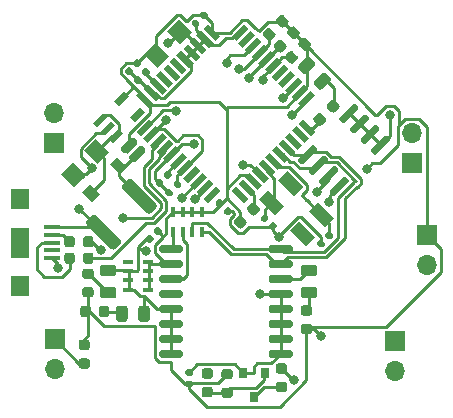
<source format=gbr>
G04 #@! TF.GenerationSoftware,KiCad,Pcbnew,(5.1.6)-1*
G04 #@! TF.CreationDate,2020-09-19T09:47:56+02:00*
G04 #@! TF.ProjectId,ArduinoProMicroUSB,41726475-696e-46f5-9072-6f4d6963726f,rev?*
G04 #@! TF.SameCoordinates,Original*
G04 #@! TF.FileFunction,Copper,L1,Top*
G04 #@! TF.FilePolarity,Positive*
%FSLAX46Y46*%
G04 Gerber Fmt 4.6, Leading zero omitted, Abs format (unit mm)*
G04 Created by KiCad (PCBNEW (5.1.6)-1) date 2020-09-19 09:47:56*
%MOMM*%
%LPD*%
G01*
G04 APERTURE LIST*
G04 #@! TA.AperFunction,SMDPad,CuDef*
%ADD10C,0.100000*%
G04 #@! TD*
G04 #@! TA.AperFunction,SMDPad,CuDef*
%ADD11R,1.399540X0.398780*%
G04 #@! TD*
G04 #@! TA.AperFunction,SMDPad,CuDef*
%ADD12R,1.498600X1.798320*%
G04 #@! TD*
G04 #@! TA.AperFunction,SMDPad,CuDef*
%ADD13R,1.498600X2.499360*%
G04 #@! TD*
G04 #@! TA.AperFunction,ComponentPad*
%ADD14O,1.700000X1.700000*%
G04 #@! TD*
G04 #@! TA.AperFunction,ComponentPad*
%ADD15R,1.700000X1.700000*%
G04 #@! TD*
G04 #@! TA.AperFunction,SMDPad,CuDef*
%ADD16R,0.797560X0.899160*%
G04 #@! TD*
G04 #@! TA.AperFunction,SMDPad,CuDef*
%ADD17R,0.900000X0.400000*%
G04 #@! TD*
G04 #@! TA.AperFunction,SMDPad,CuDef*
%ADD18R,0.400000X0.900000*%
G04 #@! TD*
G04 #@! TA.AperFunction,ViaPad*
%ADD19C,0.800000*%
G04 #@! TD*
G04 #@! TA.AperFunction,Conductor*
%ADD20C,0.250000*%
G04 #@! TD*
G04 APERTURE END LIST*
G04 #@! TA.AperFunction,SMDPad,CuDef*
D10*
G36*
X163620188Y-52472866D02*
G01*
X163231280Y-52083958D01*
X164291940Y-51023298D01*
X164680848Y-51412206D01*
X163620188Y-52472866D01*
G37*
G04 #@! TD.AperFunction*
G04 #@! TA.AperFunction,SMDPad,CuDef*
G36*
X164185874Y-53038551D02*
G01*
X163796966Y-52649643D01*
X164857626Y-51588983D01*
X165246534Y-51977891D01*
X164185874Y-53038551D01*
G37*
G04 #@! TD.AperFunction*
G04 #@! TA.AperFunction,SMDPad,CuDef*
G36*
X164751559Y-53604236D02*
G01*
X164362651Y-53215328D01*
X165423311Y-52154668D01*
X165812219Y-52543576D01*
X164751559Y-53604236D01*
G37*
G04 #@! TD.AperFunction*
G04 #@! TA.AperFunction,SMDPad,CuDef*
G36*
X165317244Y-54169922D02*
G01*
X164928336Y-53781014D01*
X165988996Y-52720354D01*
X166377904Y-53109262D01*
X165317244Y-54169922D01*
G37*
G04 #@! TD.AperFunction*
G04 #@! TA.AperFunction,SMDPad,CuDef*
G36*
X165882930Y-54735607D02*
G01*
X165494022Y-54346699D01*
X166554682Y-53286039D01*
X166943590Y-53674947D01*
X165882930Y-54735607D01*
G37*
G04 #@! TD.AperFunction*
G04 #@! TA.AperFunction,SMDPad,CuDef*
G36*
X166448615Y-55301293D02*
G01*
X166059707Y-54912385D01*
X167120367Y-53851725D01*
X167509275Y-54240633D01*
X166448615Y-55301293D01*
G37*
G04 #@! TD.AperFunction*
G04 #@! TA.AperFunction,SMDPad,CuDef*
G36*
X167014301Y-55866978D02*
G01*
X166625393Y-55478070D01*
X167686053Y-54417410D01*
X168074961Y-54806318D01*
X167014301Y-55866978D01*
G37*
G04 #@! TD.AperFunction*
G04 #@! TA.AperFunction,SMDPad,CuDef*
G36*
X167579986Y-56432664D02*
G01*
X167191078Y-56043756D01*
X168251738Y-54983096D01*
X168640646Y-55372004D01*
X167579986Y-56432664D01*
G37*
G04 #@! TD.AperFunction*
G04 #@! TA.AperFunction,SMDPad,CuDef*
G36*
X168145672Y-56998349D02*
G01*
X167756764Y-56609441D01*
X168817424Y-55548781D01*
X169206332Y-55937689D01*
X168145672Y-56998349D01*
G37*
G04 #@! TD.AperFunction*
G04 #@! TA.AperFunction,SMDPad,CuDef*
G36*
X168711357Y-57564034D02*
G01*
X168322449Y-57175126D01*
X169383109Y-56114466D01*
X169772017Y-56503374D01*
X168711357Y-57564034D01*
G37*
G04 #@! TD.AperFunction*
G04 #@! TA.AperFunction,SMDPad,CuDef*
G36*
X169277042Y-58129720D02*
G01*
X168888134Y-57740812D01*
X169948794Y-56680152D01*
X170337702Y-57069060D01*
X169277042Y-58129720D01*
G37*
G04 #@! TD.AperFunction*
G04 #@! TA.AperFunction,SMDPad,CuDef*
G36*
X172741866Y-57740812D02*
G01*
X172352958Y-58129720D01*
X171292298Y-57069060D01*
X171681206Y-56680152D01*
X172741866Y-57740812D01*
G37*
G04 #@! TD.AperFunction*
G04 #@! TA.AperFunction,SMDPad,CuDef*
G36*
X173307551Y-57175126D02*
G01*
X172918643Y-57564034D01*
X171857983Y-56503374D01*
X172246891Y-56114466D01*
X173307551Y-57175126D01*
G37*
G04 #@! TD.AperFunction*
G04 #@! TA.AperFunction,SMDPad,CuDef*
G36*
X173873236Y-56609441D02*
G01*
X173484328Y-56998349D01*
X172423668Y-55937689D01*
X172812576Y-55548781D01*
X173873236Y-56609441D01*
G37*
G04 #@! TD.AperFunction*
G04 #@! TA.AperFunction,SMDPad,CuDef*
G36*
X174438922Y-56043756D02*
G01*
X174050014Y-56432664D01*
X172989354Y-55372004D01*
X173378262Y-54983096D01*
X174438922Y-56043756D01*
G37*
G04 #@! TD.AperFunction*
G04 #@! TA.AperFunction,SMDPad,CuDef*
G36*
X175004607Y-55478070D02*
G01*
X174615699Y-55866978D01*
X173555039Y-54806318D01*
X173943947Y-54417410D01*
X175004607Y-55478070D01*
G37*
G04 #@! TD.AperFunction*
G04 #@! TA.AperFunction,SMDPad,CuDef*
G36*
X175570293Y-54912385D02*
G01*
X175181385Y-55301293D01*
X174120725Y-54240633D01*
X174509633Y-53851725D01*
X175570293Y-54912385D01*
G37*
G04 #@! TD.AperFunction*
G04 #@! TA.AperFunction,SMDPad,CuDef*
G36*
X176135978Y-54346699D02*
G01*
X175747070Y-54735607D01*
X174686410Y-53674947D01*
X175075318Y-53286039D01*
X176135978Y-54346699D01*
G37*
G04 #@! TD.AperFunction*
G04 #@! TA.AperFunction,SMDPad,CuDef*
G36*
X176701664Y-53781014D02*
G01*
X176312756Y-54169922D01*
X175252096Y-53109262D01*
X175641004Y-52720354D01*
X176701664Y-53781014D01*
G37*
G04 #@! TD.AperFunction*
G04 #@! TA.AperFunction,SMDPad,CuDef*
G36*
X177267349Y-53215328D02*
G01*
X176878441Y-53604236D01*
X175817781Y-52543576D01*
X176206689Y-52154668D01*
X177267349Y-53215328D01*
G37*
G04 #@! TD.AperFunction*
G04 #@! TA.AperFunction,SMDPad,CuDef*
G36*
X177833034Y-52649643D02*
G01*
X177444126Y-53038551D01*
X176383466Y-51977891D01*
X176772374Y-51588983D01*
X177833034Y-52649643D01*
G37*
G04 #@! TD.AperFunction*
G04 #@! TA.AperFunction,SMDPad,CuDef*
G36*
X178398720Y-52083958D02*
G01*
X178009812Y-52472866D01*
X176949152Y-51412206D01*
X177338060Y-51023298D01*
X178398720Y-52083958D01*
G37*
G04 #@! TD.AperFunction*
G04 #@! TA.AperFunction,SMDPad,CuDef*
G36*
X177338060Y-50068702D02*
G01*
X176949152Y-49679794D01*
X178009812Y-48619134D01*
X178398720Y-49008042D01*
X177338060Y-50068702D01*
G37*
G04 #@! TD.AperFunction*
G04 #@! TA.AperFunction,SMDPad,CuDef*
G36*
X176772374Y-49503017D02*
G01*
X176383466Y-49114109D01*
X177444126Y-48053449D01*
X177833034Y-48442357D01*
X176772374Y-49503017D01*
G37*
G04 #@! TD.AperFunction*
G04 #@! TA.AperFunction,SMDPad,CuDef*
G36*
X176206689Y-48937332D02*
G01*
X175817781Y-48548424D01*
X176878441Y-47487764D01*
X177267349Y-47876672D01*
X176206689Y-48937332D01*
G37*
G04 #@! TD.AperFunction*
G04 #@! TA.AperFunction,SMDPad,CuDef*
G36*
X175641004Y-48371646D02*
G01*
X175252096Y-47982738D01*
X176312756Y-46922078D01*
X176701664Y-47310986D01*
X175641004Y-48371646D01*
G37*
G04 #@! TD.AperFunction*
G04 #@! TA.AperFunction,SMDPad,CuDef*
G36*
X175075318Y-47805961D02*
G01*
X174686410Y-47417053D01*
X175747070Y-46356393D01*
X176135978Y-46745301D01*
X175075318Y-47805961D01*
G37*
G04 #@! TD.AperFunction*
G04 #@! TA.AperFunction,SMDPad,CuDef*
G36*
X174509633Y-47240275D02*
G01*
X174120725Y-46851367D01*
X175181385Y-45790707D01*
X175570293Y-46179615D01*
X174509633Y-47240275D01*
G37*
G04 #@! TD.AperFunction*
G04 #@! TA.AperFunction,SMDPad,CuDef*
G36*
X173943947Y-46674590D02*
G01*
X173555039Y-46285682D01*
X174615699Y-45225022D01*
X175004607Y-45613930D01*
X173943947Y-46674590D01*
G37*
G04 #@! TD.AperFunction*
G04 #@! TA.AperFunction,SMDPad,CuDef*
G36*
X173378262Y-46108904D02*
G01*
X172989354Y-45719996D01*
X174050014Y-44659336D01*
X174438922Y-45048244D01*
X173378262Y-46108904D01*
G37*
G04 #@! TD.AperFunction*
G04 #@! TA.AperFunction,SMDPad,CuDef*
G36*
X172812576Y-45543219D02*
G01*
X172423668Y-45154311D01*
X173484328Y-44093651D01*
X173873236Y-44482559D01*
X172812576Y-45543219D01*
G37*
G04 #@! TD.AperFunction*
G04 #@! TA.AperFunction,SMDPad,CuDef*
G36*
X172246891Y-44977534D02*
G01*
X171857983Y-44588626D01*
X172918643Y-43527966D01*
X173307551Y-43916874D01*
X172246891Y-44977534D01*
G37*
G04 #@! TD.AperFunction*
G04 #@! TA.AperFunction,SMDPad,CuDef*
G36*
X171681206Y-44411848D02*
G01*
X171292298Y-44022940D01*
X172352958Y-42962280D01*
X172741866Y-43351188D01*
X171681206Y-44411848D01*
G37*
G04 #@! TD.AperFunction*
G04 #@! TA.AperFunction,SMDPad,CuDef*
G36*
X170337702Y-44022940D02*
G01*
X169948794Y-44411848D01*
X168888134Y-43351188D01*
X169277042Y-42962280D01*
X170337702Y-44022940D01*
G37*
G04 #@! TD.AperFunction*
G04 #@! TA.AperFunction,SMDPad,CuDef*
G36*
X169772017Y-44588626D02*
G01*
X169383109Y-44977534D01*
X168322449Y-43916874D01*
X168711357Y-43527966D01*
X169772017Y-44588626D01*
G37*
G04 #@! TD.AperFunction*
G04 #@! TA.AperFunction,SMDPad,CuDef*
G36*
X169206332Y-45154311D02*
G01*
X168817424Y-45543219D01*
X167756764Y-44482559D01*
X168145672Y-44093651D01*
X169206332Y-45154311D01*
G37*
G04 #@! TD.AperFunction*
G04 #@! TA.AperFunction,SMDPad,CuDef*
G36*
X168640646Y-45719996D02*
G01*
X168251738Y-46108904D01*
X167191078Y-45048244D01*
X167579986Y-44659336D01*
X168640646Y-45719996D01*
G37*
G04 #@! TD.AperFunction*
G04 #@! TA.AperFunction,SMDPad,CuDef*
G36*
X168074961Y-46285682D02*
G01*
X167686053Y-46674590D01*
X166625393Y-45613930D01*
X167014301Y-45225022D01*
X168074961Y-46285682D01*
G37*
G04 #@! TD.AperFunction*
G04 #@! TA.AperFunction,SMDPad,CuDef*
G36*
X167509275Y-46851367D02*
G01*
X167120367Y-47240275D01*
X166059707Y-46179615D01*
X166448615Y-45790707D01*
X167509275Y-46851367D01*
G37*
G04 #@! TD.AperFunction*
G04 #@! TA.AperFunction,SMDPad,CuDef*
G36*
X166943590Y-47417053D02*
G01*
X166554682Y-47805961D01*
X165494022Y-46745301D01*
X165882930Y-46356393D01*
X166943590Y-47417053D01*
G37*
G04 #@! TD.AperFunction*
G04 #@! TA.AperFunction,SMDPad,CuDef*
G36*
X166377904Y-47982738D02*
G01*
X165988996Y-48371646D01*
X164928336Y-47310986D01*
X165317244Y-46922078D01*
X166377904Y-47982738D01*
G37*
G04 #@! TD.AperFunction*
G04 #@! TA.AperFunction,SMDPad,CuDef*
G36*
X165812219Y-48548424D02*
G01*
X165423311Y-48937332D01*
X164362651Y-47876672D01*
X164751559Y-47487764D01*
X165812219Y-48548424D01*
G37*
G04 #@! TD.AperFunction*
G04 #@! TA.AperFunction,SMDPad,CuDef*
G36*
X165246534Y-49114109D02*
G01*
X164857626Y-49503017D01*
X163796966Y-48442357D01*
X164185874Y-48053449D01*
X165246534Y-49114109D01*
G37*
G04 #@! TD.AperFunction*
G04 #@! TA.AperFunction,SMDPad,CuDef*
G36*
X164680848Y-49679794D02*
G01*
X164291940Y-50068702D01*
X163231280Y-49008042D01*
X163620188Y-48619134D01*
X164680848Y-49679794D01*
G37*
G04 #@! TD.AperFunction*
G04 #@! TA.AperFunction,SMDPad,CuDef*
G36*
G01*
X165140000Y-62164100D02*
X165140000Y-61864100D01*
G75*
G02*
X165290000Y-61714100I150000J0D01*
G01*
X167040000Y-61714100D01*
G75*
G02*
X167190000Y-61864100I0J-150000D01*
G01*
X167190000Y-62164100D01*
G75*
G02*
X167040000Y-62314100I-150000J0D01*
G01*
X165290000Y-62314100D01*
G75*
G02*
X165140000Y-62164100I0J150000D01*
G01*
G37*
G04 #@! TD.AperFunction*
G04 #@! TA.AperFunction,SMDPad,CuDef*
G36*
G01*
X165140000Y-63434100D02*
X165140000Y-63134100D01*
G75*
G02*
X165290000Y-62984100I150000J0D01*
G01*
X167040000Y-62984100D01*
G75*
G02*
X167190000Y-63134100I0J-150000D01*
G01*
X167190000Y-63434100D01*
G75*
G02*
X167040000Y-63584100I-150000J0D01*
G01*
X165290000Y-63584100D01*
G75*
G02*
X165140000Y-63434100I0J150000D01*
G01*
G37*
G04 #@! TD.AperFunction*
G04 #@! TA.AperFunction,SMDPad,CuDef*
G36*
G01*
X165140000Y-64704100D02*
X165140000Y-64404100D01*
G75*
G02*
X165290000Y-64254100I150000J0D01*
G01*
X167040000Y-64254100D01*
G75*
G02*
X167190000Y-64404100I0J-150000D01*
G01*
X167190000Y-64704100D01*
G75*
G02*
X167040000Y-64854100I-150000J0D01*
G01*
X165290000Y-64854100D01*
G75*
G02*
X165140000Y-64704100I0J150000D01*
G01*
G37*
G04 #@! TD.AperFunction*
G04 #@! TA.AperFunction,SMDPad,CuDef*
G36*
G01*
X165140000Y-65974100D02*
X165140000Y-65674100D01*
G75*
G02*
X165290000Y-65524100I150000J0D01*
G01*
X167040000Y-65524100D01*
G75*
G02*
X167190000Y-65674100I0J-150000D01*
G01*
X167190000Y-65974100D01*
G75*
G02*
X167040000Y-66124100I-150000J0D01*
G01*
X165290000Y-66124100D01*
G75*
G02*
X165140000Y-65974100I0J150000D01*
G01*
G37*
G04 #@! TD.AperFunction*
G04 #@! TA.AperFunction,SMDPad,CuDef*
G36*
G01*
X165140000Y-67244100D02*
X165140000Y-66944100D01*
G75*
G02*
X165290000Y-66794100I150000J0D01*
G01*
X167040000Y-66794100D01*
G75*
G02*
X167190000Y-66944100I0J-150000D01*
G01*
X167190000Y-67244100D01*
G75*
G02*
X167040000Y-67394100I-150000J0D01*
G01*
X165290000Y-67394100D01*
G75*
G02*
X165140000Y-67244100I0J150000D01*
G01*
G37*
G04 #@! TD.AperFunction*
G04 #@! TA.AperFunction,SMDPad,CuDef*
G36*
G01*
X165140000Y-68514100D02*
X165140000Y-68214100D01*
G75*
G02*
X165290000Y-68064100I150000J0D01*
G01*
X167040000Y-68064100D01*
G75*
G02*
X167190000Y-68214100I0J-150000D01*
G01*
X167190000Y-68514100D01*
G75*
G02*
X167040000Y-68664100I-150000J0D01*
G01*
X165290000Y-68664100D01*
G75*
G02*
X165140000Y-68514100I0J150000D01*
G01*
G37*
G04 #@! TD.AperFunction*
G04 #@! TA.AperFunction,SMDPad,CuDef*
G36*
G01*
X165140000Y-69784100D02*
X165140000Y-69484100D01*
G75*
G02*
X165290000Y-69334100I150000J0D01*
G01*
X167040000Y-69334100D01*
G75*
G02*
X167190000Y-69484100I0J-150000D01*
G01*
X167190000Y-69784100D01*
G75*
G02*
X167040000Y-69934100I-150000J0D01*
G01*
X165290000Y-69934100D01*
G75*
G02*
X165140000Y-69784100I0J150000D01*
G01*
G37*
G04 #@! TD.AperFunction*
G04 #@! TA.AperFunction,SMDPad,CuDef*
G36*
G01*
X165140000Y-71054100D02*
X165140000Y-70754100D01*
G75*
G02*
X165290000Y-70604100I150000J0D01*
G01*
X167040000Y-70604100D01*
G75*
G02*
X167190000Y-70754100I0J-150000D01*
G01*
X167190000Y-71054100D01*
G75*
G02*
X167040000Y-71204100I-150000J0D01*
G01*
X165290000Y-71204100D01*
G75*
G02*
X165140000Y-71054100I0J150000D01*
G01*
G37*
G04 #@! TD.AperFunction*
G04 #@! TA.AperFunction,SMDPad,CuDef*
G36*
G01*
X174440000Y-71054100D02*
X174440000Y-70754100D01*
G75*
G02*
X174590000Y-70604100I150000J0D01*
G01*
X176340000Y-70604100D01*
G75*
G02*
X176490000Y-70754100I0J-150000D01*
G01*
X176490000Y-71054100D01*
G75*
G02*
X176340000Y-71204100I-150000J0D01*
G01*
X174590000Y-71204100D01*
G75*
G02*
X174440000Y-71054100I0J150000D01*
G01*
G37*
G04 #@! TD.AperFunction*
G04 #@! TA.AperFunction,SMDPad,CuDef*
G36*
G01*
X174440000Y-69784100D02*
X174440000Y-69484100D01*
G75*
G02*
X174590000Y-69334100I150000J0D01*
G01*
X176340000Y-69334100D01*
G75*
G02*
X176490000Y-69484100I0J-150000D01*
G01*
X176490000Y-69784100D01*
G75*
G02*
X176340000Y-69934100I-150000J0D01*
G01*
X174590000Y-69934100D01*
G75*
G02*
X174440000Y-69784100I0J150000D01*
G01*
G37*
G04 #@! TD.AperFunction*
G04 #@! TA.AperFunction,SMDPad,CuDef*
G36*
G01*
X174440000Y-68514100D02*
X174440000Y-68214100D01*
G75*
G02*
X174590000Y-68064100I150000J0D01*
G01*
X176340000Y-68064100D01*
G75*
G02*
X176490000Y-68214100I0J-150000D01*
G01*
X176490000Y-68514100D01*
G75*
G02*
X176340000Y-68664100I-150000J0D01*
G01*
X174590000Y-68664100D01*
G75*
G02*
X174440000Y-68514100I0J150000D01*
G01*
G37*
G04 #@! TD.AperFunction*
G04 #@! TA.AperFunction,SMDPad,CuDef*
G36*
G01*
X174440000Y-67244100D02*
X174440000Y-66944100D01*
G75*
G02*
X174590000Y-66794100I150000J0D01*
G01*
X176340000Y-66794100D01*
G75*
G02*
X176490000Y-66944100I0J-150000D01*
G01*
X176490000Y-67244100D01*
G75*
G02*
X176340000Y-67394100I-150000J0D01*
G01*
X174590000Y-67394100D01*
G75*
G02*
X174440000Y-67244100I0J150000D01*
G01*
G37*
G04 #@! TD.AperFunction*
G04 #@! TA.AperFunction,SMDPad,CuDef*
G36*
G01*
X174440000Y-65974100D02*
X174440000Y-65674100D01*
G75*
G02*
X174590000Y-65524100I150000J0D01*
G01*
X176340000Y-65524100D01*
G75*
G02*
X176490000Y-65674100I0J-150000D01*
G01*
X176490000Y-65974100D01*
G75*
G02*
X176340000Y-66124100I-150000J0D01*
G01*
X174590000Y-66124100D01*
G75*
G02*
X174440000Y-65974100I0J150000D01*
G01*
G37*
G04 #@! TD.AperFunction*
G04 #@! TA.AperFunction,SMDPad,CuDef*
G36*
G01*
X174440000Y-64704100D02*
X174440000Y-64404100D01*
G75*
G02*
X174590000Y-64254100I150000J0D01*
G01*
X176340000Y-64254100D01*
G75*
G02*
X176490000Y-64404100I0J-150000D01*
G01*
X176490000Y-64704100D01*
G75*
G02*
X176340000Y-64854100I-150000J0D01*
G01*
X174590000Y-64854100D01*
G75*
G02*
X174440000Y-64704100I0J150000D01*
G01*
G37*
G04 #@! TD.AperFunction*
G04 #@! TA.AperFunction,SMDPad,CuDef*
G36*
G01*
X174440000Y-63434100D02*
X174440000Y-63134100D01*
G75*
G02*
X174590000Y-62984100I150000J0D01*
G01*
X176340000Y-62984100D01*
G75*
G02*
X176490000Y-63134100I0J-150000D01*
G01*
X176490000Y-63434100D01*
G75*
G02*
X176340000Y-63584100I-150000J0D01*
G01*
X174590000Y-63584100D01*
G75*
G02*
X174440000Y-63434100I0J150000D01*
G01*
G37*
G04 #@! TD.AperFunction*
G04 #@! TA.AperFunction,SMDPad,CuDef*
G36*
G01*
X174440000Y-62164100D02*
X174440000Y-61864100D01*
G75*
G02*
X174590000Y-61714100I150000J0D01*
G01*
X176340000Y-61714100D01*
G75*
G02*
X176490000Y-61864100I0J-150000D01*
G01*
X176490000Y-62164100D01*
G75*
G02*
X176340000Y-62314100I-150000J0D01*
G01*
X174590000Y-62314100D01*
G75*
G02*
X174440000Y-62164100I0J150000D01*
G01*
G37*
G04 #@! TD.AperFunction*
G04 #@! TA.AperFunction,SMDPad,CuDef*
G36*
G01*
X164366000Y-67044250D02*
X164366000Y-67956750D01*
G75*
G02*
X164122250Y-68200500I-243750J0D01*
G01*
X163634750Y-68200500D01*
G75*
G02*
X163391000Y-67956750I0J243750D01*
G01*
X163391000Y-67044250D01*
G75*
G02*
X163634750Y-66800500I243750J0D01*
G01*
X164122250Y-66800500D01*
G75*
G02*
X164366000Y-67044250I0J-243750D01*
G01*
G37*
G04 #@! TD.AperFunction*
G04 #@! TA.AperFunction,SMDPad,CuDef*
G36*
G01*
X162491000Y-67044250D02*
X162491000Y-67956750D01*
G75*
G02*
X162247250Y-68200500I-243750J0D01*
G01*
X161759750Y-68200500D01*
G75*
G02*
X161516000Y-67956750I0J243750D01*
G01*
X161516000Y-67044250D01*
G75*
G02*
X161759750Y-66800500I243750J0D01*
G01*
X162247250Y-66800500D01*
G75*
G02*
X162491000Y-67044250I0J-243750D01*
G01*
G37*
G04 #@! TD.AperFunction*
D11*
X156049980Y-61468000D03*
X156049980Y-60820300D03*
X156049980Y-62765940D03*
X156049980Y-62115700D03*
D12*
X153352500Y-65145920D03*
X153352500Y-57790080D03*
D13*
X153352500Y-61468000D03*
D11*
X156049980Y-60170060D03*
G04 #@! TA.AperFunction,SMDPad,CuDef*
G36*
G01*
X179638245Y-47829923D02*
X178993010Y-48475158D01*
G75*
G02*
X178648296Y-48475158I-172357J172357D01*
G01*
X178303581Y-48130443D01*
G75*
G02*
X178303581Y-47785729I172357J172357D01*
G01*
X178948816Y-47140494D01*
G75*
G02*
X179293530Y-47140494I172357J-172357D01*
G01*
X179638245Y-47485209D01*
G75*
G02*
X179638245Y-47829923I-172357J-172357D01*
G01*
G37*
G04 #@! TD.AperFunction*
G04 #@! TA.AperFunction,SMDPad,CuDef*
G36*
G01*
X178312419Y-46504097D02*
X177667184Y-47149332D01*
G75*
G02*
X177322470Y-47149332I-172357J172357D01*
G01*
X176977755Y-46804617D01*
G75*
G02*
X176977755Y-46459903I172357J172357D01*
G01*
X177622990Y-45814668D01*
G75*
G02*
X177967704Y-45814668I172357J-172357D01*
G01*
X178312419Y-46159383D01*
G75*
G02*
X178312419Y-46504097I-172357J-172357D01*
G01*
G37*
G04 #@! TD.AperFunction*
G04 #@! TA.AperFunction,SMDPad,CuDef*
D10*
G36*
X160952670Y-53791046D02*
G01*
X159963046Y-54780670D01*
X158833330Y-53650954D01*
X159822954Y-52661330D01*
X160952670Y-53791046D01*
G37*
G04 #@! TD.AperFunction*
G04 #@! TA.AperFunction,SMDPad,CuDef*
G36*
X158973422Y-55770294D02*
G01*
X157983798Y-56759918D01*
X156854082Y-55630202D01*
X157843706Y-54640578D01*
X158973422Y-55770294D01*
G37*
G04 #@! TD.AperFunction*
G04 #@! TA.AperFunction,SMDPad,CuDef*
G36*
X165830054Y-43542730D02*
G01*
X166819678Y-42553106D01*
X167949394Y-43682822D01*
X166959770Y-44672446D01*
X165830054Y-43542730D01*
G37*
G04 #@! TD.AperFunction*
G04 #@! TA.AperFunction,SMDPad,CuDef*
G36*
X163850806Y-45521978D02*
G01*
X164840430Y-44532354D01*
X165970146Y-45662070D01*
X164980522Y-46651694D01*
X163850806Y-45521978D01*
G37*
G04 #@! TD.AperFunction*
G04 #@! TA.AperFunction,SMDPad,CuDef*
G36*
G01*
X162697374Y-46646775D02*
X162941325Y-46890727D01*
G75*
G02*
X162941325Y-47099323I-104298J-104298D01*
G01*
X162732729Y-47307919D01*
G75*
G02*
X162524133Y-47307919I-104298J104298D01*
G01*
X162280181Y-47063967D01*
G75*
G02*
X162280181Y-46855371I104298J104298D01*
G01*
X162488777Y-46646775D01*
G75*
G02*
X162697373Y-46646775I104298J-104298D01*
G01*
G37*
G04 #@! TD.AperFunction*
G04 #@! TA.AperFunction,SMDPad,CuDef*
G36*
G01*
X163383268Y-45960881D02*
X163627219Y-46204833D01*
G75*
G02*
X163627219Y-46413429I-104298J-104298D01*
G01*
X163418623Y-46622025D01*
G75*
G02*
X163210027Y-46622025I-104298J104298D01*
G01*
X162966075Y-46378073D01*
G75*
G02*
X162966075Y-46169477I104298J104298D01*
G01*
X163174671Y-45960881D01*
G75*
G02*
X163383267Y-45960881I104298J-104298D01*
G01*
G37*
G04 #@! TD.AperFunction*
G04 #@! TA.AperFunction,SMDPad,CuDef*
G36*
G01*
X168162932Y-43256619D02*
X167918981Y-43012667D01*
G75*
G02*
X167918981Y-42804071I104298J104298D01*
G01*
X168127577Y-42595475D01*
G75*
G02*
X168336173Y-42595475I104298J-104298D01*
G01*
X168580125Y-42839427D01*
G75*
G02*
X168580125Y-43048023I-104298J-104298D01*
G01*
X168371529Y-43256619D01*
G75*
G02*
X168162933Y-43256619I-104298J104298D01*
G01*
G37*
G04 #@! TD.AperFunction*
G04 #@! TA.AperFunction,SMDPad,CuDef*
G36*
G01*
X168848826Y-42570725D02*
X168604875Y-42326773D01*
G75*
G02*
X168604875Y-42118177I104298J104298D01*
G01*
X168813471Y-41909581D01*
G75*
G02*
X169022067Y-41909581I104298J-104298D01*
G01*
X169266019Y-42153533D01*
G75*
G02*
X169266019Y-42362129I-104298J-104298D01*
G01*
X169057423Y-42570725D01*
G75*
G02*
X168848827Y-42570725I-104298J104298D01*
G01*
G37*
G04 #@! TD.AperFunction*
G04 #@! TA.AperFunction,SMDPad,CuDef*
G36*
G01*
X178978774Y-61226375D02*
X179222725Y-61470327D01*
G75*
G02*
X179222725Y-61678923I-104298J-104298D01*
G01*
X179014129Y-61887519D01*
G75*
G02*
X178805533Y-61887519I-104298J104298D01*
G01*
X178561581Y-61643567D01*
G75*
G02*
X178561581Y-61434971I104298J104298D01*
G01*
X178770177Y-61226375D01*
G75*
G02*
X178978773Y-61226375I104298J-104298D01*
G01*
G37*
G04 #@! TD.AperFunction*
G04 #@! TA.AperFunction,SMDPad,CuDef*
G36*
G01*
X179664668Y-60540481D02*
X179908619Y-60784433D01*
G75*
G02*
X179908619Y-60993029I-104298J-104298D01*
G01*
X179700023Y-61201625D01*
G75*
G02*
X179491427Y-61201625I-104298J104298D01*
G01*
X179247475Y-60957673D01*
G75*
G02*
X179247475Y-60749077I104298J104298D01*
G01*
X179456071Y-60540481D01*
G75*
G02*
X179664667Y-60540481I104298J-104298D01*
G01*
G37*
G04 #@! TD.AperFunction*
G04 #@! TA.AperFunction,SMDPad,CuDef*
G36*
G01*
X174446875Y-60009826D02*
X174690827Y-59765875D01*
G75*
G02*
X174899423Y-59765875I104298J-104298D01*
G01*
X175108019Y-59974471D01*
G75*
G02*
X175108019Y-60183067I-104298J-104298D01*
G01*
X174864067Y-60427019D01*
G75*
G02*
X174655471Y-60427019I-104298J104298D01*
G01*
X174446875Y-60218423D01*
G75*
G02*
X174446875Y-60009827I104298J104298D01*
G01*
G37*
G04 #@! TD.AperFunction*
G04 #@! TA.AperFunction,SMDPad,CuDef*
G36*
G01*
X173760981Y-59323932D02*
X174004933Y-59079981D01*
G75*
G02*
X174213529Y-59079981I104298J-104298D01*
G01*
X174422125Y-59288577D01*
G75*
G02*
X174422125Y-59497173I-104298J-104298D01*
G01*
X174178173Y-59741125D01*
G75*
G02*
X173969577Y-59741125I-104298J104298D01*
G01*
X173760981Y-59532529D01*
G75*
G02*
X173760981Y-59323933I104298J104298D01*
G01*
G37*
G04 #@! TD.AperFunction*
G04 #@! TA.AperFunction,SMDPad,CuDef*
G36*
G01*
X167876000Y-73741500D02*
X167531000Y-73741500D01*
G75*
G02*
X167383500Y-73594000I0J147500D01*
G01*
X167383500Y-73299000D01*
G75*
G02*
X167531000Y-73151500I147500J0D01*
G01*
X167876000Y-73151500D01*
G75*
G02*
X168023500Y-73299000I0J-147500D01*
G01*
X168023500Y-73594000D01*
G75*
G02*
X167876000Y-73741500I-147500J0D01*
G01*
G37*
G04 #@! TD.AperFunction*
G04 #@! TA.AperFunction,SMDPad,CuDef*
G36*
G01*
X167876000Y-72771500D02*
X167531000Y-72771500D01*
G75*
G02*
X167383500Y-72624000I0J147500D01*
G01*
X167383500Y-72329000D01*
G75*
G02*
X167531000Y-72181500I147500J0D01*
G01*
X167876000Y-72181500D01*
G75*
G02*
X168023500Y-72329000I0J-147500D01*
G01*
X168023500Y-72624000D01*
G75*
G02*
X167876000Y-72771500I-147500J0D01*
G01*
G37*
G04 #@! TD.AperFunction*
G04 #@! TA.AperFunction,SMDPad,CuDef*
G36*
G01*
X164962626Y-60807925D02*
X164718675Y-60563973D01*
G75*
G02*
X164718675Y-60355377I104298J104298D01*
G01*
X164927271Y-60146781D01*
G75*
G02*
X165135867Y-60146781I104298J-104298D01*
G01*
X165379819Y-60390733D01*
G75*
G02*
X165379819Y-60599329I-104298J-104298D01*
G01*
X165171223Y-60807925D01*
G75*
G02*
X164962627Y-60807925I-104298J104298D01*
G01*
G37*
G04 #@! TD.AperFunction*
G04 #@! TA.AperFunction,SMDPad,CuDef*
G36*
G01*
X164276732Y-61493819D02*
X164032781Y-61249867D01*
G75*
G02*
X164032781Y-61041271I104298J104298D01*
G01*
X164241377Y-60832675D01*
G75*
G02*
X164449973Y-60832675I104298J-104298D01*
G01*
X164693925Y-61076627D01*
G75*
G02*
X164693925Y-61285223I-104298J-104298D01*
G01*
X164485329Y-61493819D01*
G75*
G02*
X164276733Y-61493819I-104298J104298D01*
G01*
G37*
G04 #@! TD.AperFunction*
G04 #@! TA.AperFunction,SMDPad,CuDef*
G36*
G01*
X171298019Y-58913068D02*
X171054067Y-59157019D01*
G75*
G02*
X170845471Y-59157019I-104298J104298D01*
G01*
X170636875Y-58948423D01*
G75*
G02*
X170636875Y-58739827I104298J104298D01*
G01*
X170880827Y-58495875D01*
G75*
G02*
X171089423Y-58495875I104298J-104298D01*
G01*
X171298019Y-58704471D01*
G75*
G02*
X171298019Y-58913067I-104298J-104298D01*
G01*
G37*
G04 #@! TD.AperFunction*
G04 #@! TA.AperFunction,SMDPad,CuDef*
G36*
G01*
X170612125Y-58227174D02*
X170368173Y-58471125D01*
G75*
G02*
X170159577Y-58471125I-104298J104298D01*
G01*
X169950981Y-58262529D01*
G75*
G02*
X169950981Y-58053933I104298J104298D01*
G01*
X170194933Y-57809981D01*
G75*
G02*
X170403529Y-57809981I104298J-104298D01*
G01*
X170612125Y-58018577D01*
G75*
G02*
X170612125Y-58227173I-104298J-104298D01*
G01*
G37*
G04 #@! TD.AperFunction*
G04 #@! TA.AperFunction,SMDPad,CuDef*
G36*
G01*
X163273432Y-48044519D02*
X163029481Y-47800567D01*
G75*
G02*
X163029481Y-47591971I104298J104298D01*
G01*
X163238077Y-47383375D01*
G75*
G02*
X163446673Y-47383375I104298J-104298D01*
G01*
X163690625Y-47627327D01*
G75*
G02*
X163690625Y-47835923I-104298J-104298D01*
G01*
X163482029Y-48044519D01*
G75*
G02*
X163273433Y-48044519I-104298J104298D01*
G01*
G37*
G04 #@! TD.AperFunction*
G04 #@! TA.AperFunction,SMDPad,CuDef*
G36*
G01*
X163959326Y-47358625D02*
X163715375Y-47114673D01*
G75*
G02*
X163715375Y-46906077I104298J104298D01*
G01*
X163923971Y-46697481D01*
G75*
G02*
X164132567Y-46697481I104298J-104298D01*
G01*
X164376519Y-46941433D01*
G75*
G02*
X164376519Y-47150029I-104298J-104298D01*
G01*
X164167923Y-47358625D01*
G75*
G02*
X163959327Y-47358625I-104298J104298D01*
G01*
G37*
G04 #@! TD.AperFunction*
G04 #@! TA.AperFunction,SMDPad,CuDef*
G36*
G01*
X165114932Y-56744019D02*
X164870981Y-56500067D01*
G75*
G02*
X164870981Y-56291471I104298J104298D01*
G01*
X165079577Y-56082875D01*
G75*
G02*
X165288173Y-56082875I104298J-104298D01*
G01*
X165532125Y-56326827D01*
G75*
G02*
X165532125Y-56535423I-104298J-104298D01*
G01*
X165323529Y-56744019D01*
G75*
G02*
X165114933Y-56744019I-104298J104298D01*
G01*
G37*
G04 #@! TD.AperFunction*
G04 #@! TA.AperFunction,SMDPad,CuDef*
G36*
G01*
X165800826Y-56058125D02*
X165556875Y-55814173D01*
G75*
G02*
X165556875Y-55605577I104298J104298D01*
G01*
X165765471Y-55396981D01*
G75*
G02*
X165974067Y-55396981I104298J-104298D01*
G01*
X166218019Y-55640933D01*
G75*
G02*
X166218019Y-55849529I-104298J-104298D01*
G01*
X166009423Y-56058125D01*
G75*
G02*
X165800827Y-56058125I-104298J104298D01*
G01*
G37*
G04 #@! TD.AperFunction*
G04 #@! TA.AperFunction,SMDPad,CuDef*
G36*
G01*
X166799568Y-56222481D02*
X167043519Y-56466433D01*
G75*
G02*
X167043519Y-56675029I-104298J-104298D01*
G01*
X166834923Y-56883625D01*
G75*
G02*
X166626327Y-56883625I-104298J104298D01*
G01*
X166382375Y-56639673D01*
G75*
G02*
X166382375Y-56431077I104298J104298D01*
G01*
X166590971Y-56222481D01*
G75*
G02*
X166799567Y-56222481I104298J-104298D01*
G01*
G37*
G04 #@! TD.AperFunction*
G04 #@! TA.AperFunction,SMDPad,CuDef*
G36*
G01*
X166113674Y-56908375D02*
X166357625Y-57152327D01*
G75*
G02*
X166357625Y-57360923I-104298J-104298D01*
G01*
X166149029Y-57569519D01*
G75*
G02*
X165940433Y-57569519I-104298J104298D01*
G01*
X165696481Y-57325567D01*
G75*
G02*
X165696481Y-57116971I104298J104298D01*
G01*
X165905077Y-56908375D01*
G75*
G02*
X166113673Y-56908375I104298J-104298D01*
G01*
G37*
G04 #@! TD.AperFunction*
G04 #@! TA.AperFunction,SMDPad,CuDef*
G36*
X159507114Y-58003414D02*
G01*
X158658586Y-57154886D01*
X159294982Y-56518490D01*
X160143510Y-57367018D01*
X159507114Y-58003414D01*
G37*
G04 #@! TD.AperFunction*
G04 #@! TA.AperFunction,SMDPad,CuDef*
G36*
X161840566Y-55669962D02*
G01*
X160992038Y-54821434D01*
X161628434Y-54185038D01*
X162476962Y-55033566D01*
X161840566Y-55669962D01*
G37*
G04 #@! TD.AperFunction*
G04 #@! TA.AperFunction,SMDPad,CuDef*
G36*
G01*
X177394550Y-65220000D02*
X178307050Y-65220000D01*
G75*
G02*
X178550800Y-65463750I0J-243750D01*
G01*
X178550800Y-65951250D01*
G75*
G02*
X178307050Y-66195000I-243750J0D01*
G01*
X177394550Y-66195000D01*
G75*
G02*
X177150800Y-65951250I0J243750D01*
G01*
X177150800Y-65463750D01*
G75*
G02*
X177394550Y-65220000I243750J0D01*
G01*
G37*
G04 #@! TD.AperFunction*
G04 #@! TA.AperFunction,SMDPad,CuDef*
G36*
G01*
X177394550Y-63345000D02*
X178307050Y-63345000D01*
G75*
G02*
X178550800Y-63588750I0J-243750D01*
G01*
X178550800Y-64076250D01*
G75*
G02*
X178307050Y-64320000I-243750J0D01*
G01*
X177394550Y-64320000D01*
G75*
G02*
X177150800Y-64076250I0J243750D01*
G01*
X177150800Y-63588750D01*
G75*
G02*
X177394550Y-63345000I243750J0D01*
G01*
G37*
G04 #@! TD.AperFunction*
G04 #@! TA.AperFunction,SMDPad,CuDef*
G36*
G01*
X160389250Y-63345000D02*
X161301750Y-63345000D01*
G75*
G02*
X161545500Y-63588750I0J-243750D01*
G01*
X161545500Y-64076250D01*
G75*
G02*
X161301750Y-64320000I-243750J0D01*
G01*
X160389250Y-64320000D01*
G75*
G02*
X160145500Y-64076250I0J243750D01*
G01*
X160145500Y-63588750D01*
G75*
G02*
X160389250Y-63345000I243750J0D01*
G01*
G37*
G04 #@! TD.AperFunction*
G04 #@! TA.AperFunction,SMDPad,CuDef*
G36*
G01*
X160389250Y-65220000D02*
X161301750Y-65220000D01*
G75*
G02*
X161545500Y-65463750I0J-243750D01*
G01*
X161545500Y-65951250D01*
G75*
G02*
X161301750Y-66195000I-243750J0D01*
G01*
X160389250Y-66195000D01*
G75*
G02*
X160145500Y-65951250I0J243750D01*
G01*
X160145500Y-65463750D01*
G75*
G02*
X160389250Y-65220000I243750J0D01*
G01*
G37*
G04 #@! TD.AperFunction*
G04 #@! TA.AperFunction,SMDPad,CuDef*
G36*
G01*
X161091917Y-62002194D02*
X159041306Y-59951583D01*
G75*
G02*
X159041306Y-59598031I176776J176776D01*
G01*
X159483249Y-59156088D01*
G75*
G02*
X159836801Y-59156088I176776J-176776D01*
G01*
X161887412Y-61206699D01*
G75*
G02*
X161887412Y-61560251I-176776J-176776D01*
G01*
X161445469Y-62002194D01*
G75*
G02*
X161091917Y-62002194I-176776J176776D01*
G01*
G37*
G04 #@! TD.AperFunction*
G04 #@! TA.AperFunction,SMDPad,CuDef*
G36*
G01*
X164114799Y-58979312D02*
X162064188Y-56928701D01*
G75*
G02*
X162064188Y-56575149I176776J176776D01*
G01*
X162506131Y-56133206D01*
G75*
G02*
X162859683Y-56133206I176776J-176776D01*
G01*
X164910294Y-58183817D01*
G75*
G02*
X164910294Y-58537369I-176776J-176776D01*
G01*
X164468351Y-58979312D01*
G75*
G02*
X164114799Y-58979312I-176776J176776D01*
G01*
G37*
G04 #@! TD.AperFunction*
D14*
X187845700Y-63385700D03*
D15*
X187845700Y-60845700D03*
D16*
X174139860Y-72483980D03*
X172239940Y-72483980D03*
X173189900Y-74582020D03*
G04 #@! TA.AperFunction,SMDPad,CuDef*
G36*
G01*
X169483750Y-72992500D02*
X168971250Y-72992500D01*
G75*
G02*
X168752500Y-72773750I0J218750D01*
G01*
X168752500Y-72336250D01*
G75*
G02*
X168971250Y-72117500I218750J0D01*
G01*
X169483750Y-72117500D01*
G75*
G02*
X169702500Y-72336250I0J-218750D01*
G01*
X169702500Y-72773750D01*
G75*
G02*
X169483750Y-72992500I-218750J0D01*
G01*
G37*
G04 #@! TD.AperFunction*
G04 #@! TA.AperFunction,SMDPad,CuDef*
G36*
G01*
X169483750Y-74567500D02*
X168971250Y-74567500D01*
G75*
G02*
X168752500Y-74348750I0J218750D01*
G01*
X168752500Y-73911250D01*
G75*
G02*
X168971250Y-73692500I218750J0D01*
G01*
X169483750Y-73692500D01*
G75*
G02*
X169702500Y-73911250I0J-218750D01*
G01*
X169702500Y-74348750D01*
G75*
G02*
X169483750Y-74567500I-218750J0D01*
G01*
G37*
G04 #@! TD.AperFunction*
G04 #@! TA.AperFunction,SMDPad,CuDef*
G36*
G01*
X160927500Y-67053750D02*
X160927500Y-67566250D01*
G75*
G02*
X160708750Y-67785000I-218750J0D01*
G01*
X160271250Y-67785000D01*
G75*
G02*
X160052500Y-67566250I0J218750D01*
G01*
X160052500Y-67053750D01*
G75*
G02*
X160271250Y-66835000I218750J0D01*
G01*
X160708750Y-66835000D01*
G75*
G02*
X160927500Y-67053750I0J-218750D01*
G01*
G37*
G04 #@! TD.AperFunction*
G04 #@! TA.AperFunction,SMDPad,CuDef*
G36*
G01*
X159352500Y-67053750D02*
X159352500Y-67566250D01*
G75*
G02*
X159133750Y-67785000I-218750J0D01*
G01*
X158696250Y-67785000D01*
G75*
G02*
X158477500Y-67566250I0J218750D01*
G01*
X158477500Y-67053750D01*
G75*
G02*
X158696250Y-66835000I218750J0D01*
G01*
X159133750Y-66835000D01*
G75*
G02*
X159352500Y-67053750I0J-218750D01*
G01*
G37*
G04 #@! TD.AperFunction*
G04 #@! TA.AperFunction,SMDPad,CuDef*
G36*
G01*
X171172850Y-74631000D02*
X170660350Y-74631000D01*
G75*
G02*
X170441600Y-74412250I0J218750D01*
G01*
X170441600Y-73974750D01*
G75*
G02*
X170660350Y-73756000I218750J0D01*
G01*
X171172850Y-73756000D01*
G75*
G02*
X171391600Y-73974750I0J-218750D01*
G01*
X171391600Y-74412250D01*
G75*
G02*
X171172850Y-74631000I-218750J0D01*
G01*
G37*
G04 #@! TD.AperFunction*
G04 #@! TA.AperFunction,SMDPad,CuDef*
G36*
G01*
X171172850Y-73056000D02*
X170660350Y-73056000D01*
G75*
G02*
X170441600Y-72837250I0J218750D01*
G01*
X170441600Y-72399750D01*
G75*
G02*
X170660350Y-72181000I218750J0D01*
G01*
X171172850Y-72181000D01*
G75*
G02*
X171391600Y-72399750I0J-218750D01*
G01*
X171391600Y-72837250D01*
G75*
G02*
X171172850Y-73056000I-218750J0D01*
G01*
G37*
G04 #@! TD.AperFunction*
G04 #@! TA.AperFunction,SMDPad,CuDef*
G36*
G01*
X173021684Y-59128408D02*
X172659291Y-58766016D01*
G75*
G02*
X172659291Y-58456656I154680J154680D01*
G01*
X172968650Y-58147297D01*
G75*
G02*
X173278010Y-58147297I154680J-154680D01*
G01*
X173640403Y-58509690D01*
G75*
G02*
X173640403Y-58819050I-154680J-154680D01*
G01*
X173331044Y-59128409D01*
G75*
G02*
X173021684Y-59128409I-154680J154680D01*
G01*
G37*
G04 #@! TD.AperFunction*
G04 #@! TA.AperFunction,SMDPad,CuDef*
G36*
G01*
X171907990Y-60242102D02*
X171545597Y-59879710D01*
G75*
G02*
X171545597Y-59570350I154680J154680D01*
G01*
X171854956Y-59260991D01*
G75*
G02*
X172164316Y-59260991I154680J-154680D01*
G01*
X172526709Y-59623384D01*
G75*
G02*
X172526709Y-59932744I-154680J-154680D01*
G01*
X172217350Y-60242103D01*
G75*
G02*
X171907990Y-60242103I-154680J154680D01*
G01*
G37*
G04 #@! TD.AperFunction*
G04 #@! TA.AperFunction,SMDPad,CuDef*
G36*
G01*
X158019000Y-61148250D02*
X158019000Y-61660750D01*
G75*
G02*
X157800250Y-61879500I-218750J0D01*
G01*
X157362750Y-61879500D01*
G75*
G02*
X157144000Y-61660750I0J218750D01*
G01*
X157144000Y-61148250D01*
G75*
G02*
X157362750Y-60929500I218750J0D01*
G01*
X157800250Y-60929500D01*
G75*
G02*
X158019000Y-61148250I0J-218750D01*
G01*
G37*
G04 #@! TD.AperFunction*
G04 #@! TA.AperFunction,SMDPad,CuDef*
G36*
G01*
X159594000Y-61148250D02*
X159594000Y-61660750D01*
G75*
G02*
X159375250Y-61879500I-218750J0D01*
G01*
X158937750Y-61879500D01*
G75*
G02*
X158719000Y-61660750I0J218750D01*
G01*
X158719000Y-61148250D01*
G75*
G02*
X158937750Y-60929500I218750J0D01*
G01*
X159375250Y-60929500D01*
G75*
G02*
X159594000Y-61148250I0J-218750D01*
G01*
G37*
G04 #@! TD.AperFunction*
G04 #@! TA.AperFunction,SMDPad,CuDef*
G36*
G01*
X178638990Y-51529902D02*
X178276597Y-51167510D01*
G75*
G02*
X178276597Y-50858150I154680J154680D01*
G01*
X178585956Y-50548791D01*
G75*
G02*
X178895316Y-50548791I154680J-154680D01*
G01*
X179257709Y-50911184D01*
G75*
G02*
X179257709Y-51220544I-154680J-154680D01*
G01*
X178948350Y-51529903D01*
G75*
G02*
X178638990Y-51529903I-154680J154680D01*
G01*
G37*
G04 #@! TD.AperFunction*
G04 #@! TA.AperFunction,SMDPad,CuDef*
G36*
G01*
X179752684Y-50416208D02*
X179390291Y-50053816D01*
G75*
G02*
X179390291Y-49744456I154680J154680D01*
G01*
X179699650Y-49435097D01*
G75*
G02*
X180009010Y-49435097I154680J-154680D01*
G01*
X180371403Y-49797490D01*
G75*
G02*
X180371403Y-50106850I-154680J-154680D01*
G01*
X180062044Y-50416209D01*
G75*
G02*
X179752684Y-50416209I-154680J154680D01*
G01*
G37*
G04 #@! TD.AperFunction*
G04 #@! TA.AperFunction,SMDPad,CuDef*
G36*
G01*
X159594000Y-62545250D02*
X159594000Y-63057750D01*
G75*
G02*
X159375250Y-63276500I-218750J0D01*
G01*
X158937750Y-63276500D01*
G75*
G02*
X158719000Y-63057750I0J218750D01*
G01*
X158719000Y-62545250D01*
G75*
G02*
X158937750Y-62326500I218750J0D01*
G01*
X159375250Y-62326500D01*
G75*
G02*
X159594000Y-62545250I0J-218750D01*
G01*
G37*
G04 #@! TD.AperFunction*
G04 #@! TA.AperFunction,SMDPad,CuDef*
G36*
G01*
X158019000Y-62545250D02*
X158019000Y-63057750D01*
G75*
G02*
X157800250Y-63276500I-218750J0D01*
G01*
X157362750Y-63276500D01*
G75*
G02*
X157144000Y-63057750I0J218750D01*
G01*
X157144000Y-62545250D01*
G75*
G02*
X157362750Y-62326500I218750J0D01*
G01*
X157800250Y-62326500D01*
G75*
G02*
X158019000Y-62545250I0J-218750D01*
G01*
G37*
G04 #@! TD.AperFunction*
G04 #@! TA.AperFunction,SMDPad,CuDef*
G36*
G01*
X175257750Y-71685700D02*
X175770250Y-71685700D01*
G75*
G02*
X175989000Y-71904450I0J-218750D01*
G01*
X175989000Y-72341950D01*
G75*
G02*
X175770250Y-72560700I-218750J0D01*
G01*
X175257750Y-72560700D01*
G75*
G02*
X175039000Y-72341950I0J218750D01*
G01*
X175039000Y-71904450D01*
G75*
G02*
X175257750Y-71685700I218750J0D01*
G01*
G37*
G04 #@! TD.AperFunction*
G04 #@! TA.AperFunction,SMDPad,CuDef*
G36*
G01*
X175257750Y-73260700D02*
X175770250Y-73260700D01*
G75*
G02*
X175989000Y-73479450I0J-218750D01*
G01*
X175989000Y-73916950D01*
G75*
G02*
X175770250Y-74135700I-218750J0D01*
G01*
X175257750Y-74135700D01*
G75*
G02*
X175039000Y-73916950I0J218750D01*
G01*
X175039000Y-73479450D01*
G75*
G02*
X175257750Y-73260700I218750J0D01*
G01*
G37*
G04 #@! TD.AperFunction*
G04 #@! TA.AperFunction,SMDPad,CuDef*
G36*
G01*
X177891150Y-69246200D02*
X177378650Y-69246200D01*
G75*
G02*
X177159900Y-69027450I0J218750D01*
G01*
X177159900Y-68589950D01*
G75*
G02*
X177378650Y-68371200I218750J0D01*
G01*
X177891150Y-68371200D01*
G75*
G02*
X178109900Y-68589950I0J-218750D01*
G01*
X178109900Y-69027450D01*
G75*
G02*
X177891150Y-69246200I-218750J0D01*
G01*
G37*
G04 #@! TD.AperFunction*
G04 #@! TA.AperFunction,SMDPad,CuDef*
G36*
G01*
X177891150Y-67671200D02*
X177378650Y-67671200D01*
G75*
G02*
X177159900Y-67452450I0J218750D01*
G01*
X177159900Y-67014950D01*
G75*
G02*
X177378650Y-66796200I218750J0D01*
G01*
X177891150Y-66796200D01*
G75*
G02*
X178109900Y-67014950I0J-218750D01*
G01*
X178109900Y-67452450D01*
G75*
G02*
X177891150Y-67671200I-218750J0D01*
G01*
G37*
G04 #@! TD.AperFunction*
G04 #@! TA.AperFunction,SMDPad,CuDef*
G36*
G01*
X158874750Y-65247000D02*
X159387250Y-65247000D01*
G75*
G02*
X159606000Y-65465750I0J-218750D01*
G01*
X159606000Y-65903250D01*
G75*
G02*
X159387250Y-66122000I-218750J0D01*
G01*
X158874750Y-66122000D01*
G75*
G02*
X158656000Y-65903250I0J218750D01*
G01*
X158656000Y-65465750D01*
G75*
G02*
X158874750Y-65247000I218750J0D01*
G01*
G37*
G04 #@! TD.AperFunction*
G04 #@! TA.AperFunction,SMDPad,CuDef*
G36*
G01*
X158874750Y-63672000D02*
X159387250Y-63672000D01*
G75*
G02*
X159606000Y-63890750I0J-218750D01*
G01*
X159606000Y-64328250D01*
G75*
G02*
X159387250Y-64547000I-218750J0D01*
G01*
X158874750Y-64547000D01*
G75*
G02*
X158656000Y-64328250I0J218750D01*
G01*
X158656000Y-63890750D01*
G75*
G02*
X158874750Y-63672000I218750J0D01*
G01*
G37*
G04 #@! TD.AperFunction*
G04 #@! TA.AperFunction,SMDPad,CuDef*
G36*
G01*
X158557250Y-69704500D02*
X159069750Y-69704500D01*
G75*
G02*
X159288500Y-69923250I0J-218750D01*
G01*
X159288500Y-70360750D01*
G75*
G02*
X159069750Y-70579500I-218750J0D01*
G01*
X158557250Y-70579500D01*
G75*
G02*
X158338500Y-70360750I0J218750D01*
G01*
X158338500Y-69923250D01*
G75*
G02*
X158557250Y-69704500I218750J0D01*
G01*
G37*
G04 #@! TD.AperFunction*
G04 #@! TA.AperFunction,SMDPad,CuDef*
G36*
G01*
X158557250Y-71279500D02*
X159069750Y-71279500D01*
G75*
G02*
X159288500Y-71498250I0J-218750D01*
G01*
X159288500Y-71935750D01*
G75*
G02*
X159069750Y-72154500I-218750J0D01*
G01*
X158557250Y-72154500D01*
G75*
G02*
X158338500Y-71935750I0J218750D01*
G01*
X158338500Y-71498250D01*
G75*
G02*
X158557250Y-71279500I218750J0D01*
G01*
G37*
G04 #@! TD.AperFunction*
G04 #@! TA.AperFunction,SMDPad,CuDef*
G36*
G01*
X175542516Y-44338492D02*
X175904909Y-44700884D01*
G75*
G02*
X175904909Y-45010244I-154680J-154680D01*
G01*
X175595550Y-45319603D01*
G75*
G02*
X175286190Y-45319603I-154680J154680D01*
G01*
X174923797Y-44957210D01*
G75*
G02*
X174923797Y-44647850I154680J154680D01*
G01*
X175233156Y-44338491D01*
G75*
G02*
X175542516Y-44338491I154680J-154680D01*
G01*
G37*
G04 #@! TD.AperFunction*
G04 #@! TA.AperFunction,SMDPad,CuDef*
G36*
G01*
X176656210Y-43224798D02*
X177018603Y-43587190D01*
G75*
G02*
X177018603Y-43896550I-154680J-154680D01*
G01*
X176709244Y-44205909D01*
G75*
G02*
X176399884Y-44205909I-154680J154680D01*
G01*
X176037491Y-43843516D01*
G75*
G02*
X176037491Y-43534156I154680J154680D01*
G01*
X176346850Y-43224797D01*
G75*
G02*
X176656210Y-43224797I154680J-154680D01*
G01*
G37*
G04 #@! TD.AperFunction*
G04 #@! TA.AperFunction,SMDPad,CuDef*
G36*
G01*
X174602716Y-43360592D02*
X174965109Y-43722984D01*
G75*
G02*
X174965109Y-44032344I-154680J-154680D01*
G01*
X174655750Y-44341703D01*
G75*
G02*
X174346390Y-44341703I-154680J154680D01*
G01*
X173983997Y-43979310D01*
G75*
G02*
X173983997Y-43669950I154680J154680D01*
G01*
X174293356Y-43360591D01*
G75*
G02*
X174602716Y-43360591I154680J-154680D01*
G01*
G37*
G04 #@! TD.AperFunction*
G04 #@! TA.AperFunction,SMDPad,CuDef*
G36*
G01*
X175716410Y-42246898D02*
X176078803Y-42609290D01*
G75*
G02*
X176078803Y-42918650I-154680J-154680D01*
G01*
X175769444Y-43228009D01*
G75*
G02*
X175460084Y-43228009I-154680J154680D01*
G01*
X175097691Y-42865616D01*
G75*
G02*
X175097691Y-42556256I154680J154680D01*
G01*
X175407050Y-42246897D01*
G75*
G02*
X175716410Y-42246897I154680J-154680D01*
G01*
G37*
G04 #@! TD.AperFunction*
G04 #@! TA.AperFunction,SMDPad,CuDef*
G36*
G01*
X177608710Y-44189998D02*
X177971103Y-44552390D01*
G75*
G02*
X177971103Y-44861750I-154680J-154680D01*
G01*
X177661744Y-45171109D01*
G75*
G02*
X177352384Y-45171109I-154680J154680D01*
G01*
X176989991Y-44808716D01*
G75*
G02*
X176989991Y-44499356I154680J154680D01*
G01*
X177299350Y-44189997D01*
G75*
G02*
X177608710Y-44189997I154680J-154680D01*
G01*
G37*
G04 #@! TD.AperFunction*
G04 #@! TA.AperFunction,SMDPad,CuDef*
G36*
G01*
X176495016Y-45303692D02*
X176857409Y-45666084D01*
G75*
G02*
X176857409Y-45975444I-154680J-154680D01*
G01*
X176548050Y-46284803D01*
G75*
G02*
X176238690Y-46284803I-154680J154680D01*
G01*
X175876297Y-45922410D01*
G75*
G02*
X175876297Y-45613050I154680J154680D01*
G01*
X176185656Y-45303691D01*
G75*
G02*
X176495016Y-45303691I154680J-154680D01*
G01*
G37*
G04 #@! TD.AperFunction*
D17*
X162535500Y-63074700D03*
X162535500Y-63874700D03*
X162535500Y-64674700D03*
X162535500Y-65474700D03*
X164235500Y-63074700D03*
X164235500Y-65474700D03*
X164235500Y-63874700D03*
X164235500Y-64674700D03*
D18*
X167963800Y-58852700D03*
X167163800Y-58852700D03*
X168763800Y-58852700D03*
X166363800Y-58852700D03*
X168763800Y-60552700D03*
X167963800Y-60552700D03*
X167163800Y-60552700D03*
X166363800Y-60552700D03*
G04 #@! TA.AperFunction,SMDPad,CuDef*
G36*
G01*
X163995519Y-53840296D02*
X163187296Y-54648519D01*
G75*
G02*
X162917888Y-54648519I-134704J134704D01*
G01*
X162648481Y-54379112D01*
G75*
G02*
X162648481Y-54109704I134704J134704D01*
G01*
X163456704Y-53301481D01*
G75*
G02*
X163726112Y-53301481I134704J-134704D01*
G01*
X163995519Y-53570888D01*
G75*
G02*
X163995519Y-53840296I-134704J-134704D01*
G01*
G37*
G04 #@! TD.AperFunction*
G04 #@! TA.AperFunction,SMDPad,CuDef*
G36*
G01*
X163277099Y-53121875D02*
X162468876Y-53930098D01*
G75*
G02*
X162199468Y-53930098I-134704J134704D01*
G01*
X161930061Y-53660691D01*
G75*
G02*
X161930061Y-53391283I134704J134704D01*
G01*
X162738284Y-52583060D01*
G75*
G02*
X163007692Y-52583060I134704J-134704D01*
G01*
X163277099Y-52852467D01*
G75*
G02*
X163277099Y-53121875I-134704J-134704D01*
G01*
G37*
G04 #@! TD.AperFunction*
D14*
X185127900Y-72339200D03*
D15*
X185127900Y-69799200D03*
X156324300Y-69634100D03*
D14*
X156324300Y-72174100D03*
D15*
X156298900Y-53009800D03*
D14*
X156298900Y-50469800D03*
D15*
X186575700Y-54724300D03*
D14*
X186575700Y-52184300D03*
G04 #@! TA.AperFunction,SMDPad,CuDef*
D10*
G36*
X159527153Y-51339454D02*
G01*
X160374890Y-50491717D01*
X160762837Y-50879664D01*
X159915100Y-51727401D01*
X159527153Y-51339454D01*
G37*
G04 #@! TD.AperFunction*
G04 #@! TA.AperFunction,SMDPad,CuDef*
G36*
X160198876Y-52011177D02*
G01*
X161046613Y-51163440D01*
X161434560Y-51551387D01*
X160586823Y-52399124D01*
X160198876Y-52011177D01*
G37*
G04 #@! TD.AperFunction*
G04 #@! TA.AperFunction,SMDPad,CuDef*
G36*
X160870599Y-52682900D02*
G01*
X161718336Y-51835163D01*
X162106283Y-52223110D01*
X161258546Y-53070847D01*
X160870599Y-52682900D01*
G37*
G04 #@! TD.AperFunction*
G04 #@! TA.AperFunction,SMDPad,CuDef*
G36*
X162706163Y-50847336D02*
G01*
X163553900Y-49999599D01*
X163941847Y-50387546D01*
X163094110Y-51235283D01*
X162706163Y-50847336D01*
G37*
G04 #@! TD.AperFunction*
G04 #@! TA.AperFunction,SMDPad,CuDef*
G36*
X161362717Y-49503890D02*
G01*
X162210454Y-48656153D01*
X162598401Y-49044100D01*
X161750664Y-49891837D01*
X161362717Y-49503890D01*
G37*
G04 #@! TD.AperFunction*
G04 #@! TA.AperFunction,SMDPad,CuDef*
G36*
G01*
X184505093Y-52427878D02*
X184717225Y-52640010D01*
G75*
G02*
X184717225Y-52852142I-106066J-106066D01*
G01*
X183550499Y-54018868D01*
G75*
G02*
X183338367Y-54018868I-106066J106066D01*
G01*
X183126235Y-53806736D01*
G75*
G02*
X183126235Y-53594604I106066J106066D01*
G01*
X184292961Y-52427878D01*
G75*
G02*
X184505093Y-52427878I106066J-106066D01*
G01*
G37*
G04 #@! TD.AperFunction*
G04 #@! TA.AperFunction,SMDPad,CuDef*
G36*
G01*
X183607067Y-51529853D02*
X183819199Y-51741985D01*
G75*
G02*
X183819199Y-51954117I-106066J-106066D01*
G01*
X182652473Y-53120843D01*
G75*
G02*
X182440341Y-53120843I-106066J106066D01*
G01*
X182228209Y-52908711D01*
G75*
G02*
X182228209Y-52696579I106066J106066D01*
G01*
X183394935Y-51529853D01*
G75*
G02*
X183607067Y-51529853I106066J-106066D01*
G01*
G37*
G04 #@! TD.AperFunction*
G04 #@! TA.AperFunction,SMDPad,CuDef*
G36*
G01*
X182709041Y-50631827D02*
X182921173Y-50843959D01*
G75*
G02*
X182921173Y-51056091I-106066J-106066D01*
G01*
X181754447Y-52222817D01*
G75*
G02*
X181542315Y-52222817I-106066J106066D01*
G01*
X181330183Y-52010685D01*
G75*
G02*
X181330183Y-51798553I106066J106066D01*
G01*
X182496909Y-50631827D01*
G75*
G02*
X182709041Y-50631827I106066J-106066D01*
G01*
G37*
G04 #@! TD.AperFunction*
G04 #@! TA.AperFunction,SMDPad,CuDef*
G36*
G01*
X181811016Y-49733801D02*
X182023148Y-49945933D01*
G75*
G02*
X182023148Y-50158065I-106066J-106066D01*
G01*
X180856422Y-51324791D01*
G75*
G02*
X180644290Y-51324791I-106066J106066D01*
G01*
X180432158Y-51112659D01*
G75*
G02*
X180432158Y-50900527I106066J106066D01*
G01*
X181598884Y-49733801D01*
G75*
G02*
X181811016Y-49733801I106066J-106066D01*
G01*
G37*
G04 #@! TD.AperFunction*
G04 #@! TA.AperFunction,SMDPad,CuDef*
G36*
G01*
X178310837Y-53233980D02*
X178522969Y-53446112D01*
G75*
G02*
X178522969Y-53658244I-106066J-106066D01*
G01*
X177356243Y-54824970D01*
G75*
G02*
X177144111Y-54824970I-106066J106066D01*
G01*
X176931979Y-54612838D01*
G75*
G02*
X176931979Y-54400706I106066J106066D01*
G01*
X178098705Y-53233980D01*
G75*
G02*
X178310837Y-53233980I106066J-106066D01*
G01*
G37*
G04 #@! TD.AperFunction*
G04 #@! TA.AperFunction,SMDPad,CuDef*
G36*
G01*
X179208863Y-54132005D02*
X179420995Y-54344137D01*
G75*
G02*
X179420995Y-54556269I-106066J-106066D01*
G01*
X178254269Y-55722995D01*
G75*
G02*
X178042137Y-55722995I-106066J106066D01*
G01*
X177830005Y-55510863D01*
G75*
G02*
X177830005Y-55298731I106066J106066D01*
G01*
X178996731Y-54132005D01*
G75*
G02*
X179208863Y-54132005I106066J-106066D01*
G01*
G37*
G04 #@! TD.AperFunction*
G04 #@! TA.AperFunction,SMDPad,CuDef*
G36*
G01*
X180106889Y-55030031D02*
X180319021Y-55242163D01*
G75*
G02*
X180319021Y-55454295I-106066J-106066D01*
G01*
X179152295Y-56621021D01*
G75*
G02*
X178940163Y-56621021I-106066J106066D01*
G01*
X178728031Y-56408889D01*
G75*
G02*
X178728031Y-56196757I106066J106066D01*
G01*
X179894757Y-55030031D01*
G75*
G02*
X180106889Y-55030031I106066J-106066D01*
G01*
G37*
G04 #@! TD.AperFunction*
G04 #@! TA.AperFunction,SMDPad,CuDef*
G36*
G01*
X181004914Y-55928057D02*
X181217046Y-56140189D01*
G75*
G02*
X181217046Y-56352321I-106066J-106066D01*
G01*
X180050320Y-57519047D01*
G75*
G02*
X179838188Y-57519047I-106066J106066D01*
G01*
X179626056Y-57306915D01*
G75*
G02*
X179626056Y-57094783I106066J106066D01*
G01*
X180792782Y-55928057D01*
G75*
G02*
X181004914Y-55928057I106066J-106066D01*
G01*
G37*
G04 #@! TD.AperFunction*
G04 #@! TA.AperFunction,SMDPad,CuDef*
G36*
X173629492Y-57806512D02*
G01*
X174407182Y-57028822D01*
X175750628Y-58372268D01*
X174972938Y-59149958D01*
X173629492Y-57806512D01*
G37*
G04 #@! TD.AperFunction*
G04 #@! TA.AperFunction,SMDPad,CuDef*
G36*
X176244542Y-60421562D02*
G01*
X177022232Y-59643872D01*
X178365678Y-60987318D01*
X177587988Y-61765008D01*
X176244542Y-60421562D01*
G37*
G04 #@! TD.AperFunction*
G04 #@! TA.AperFunction,SMDPad,CuDef*
G36*
X177868172Y-58797932D02*
G01*
X178645862Y-58020242D01*
X179989308Y-59363688D01*
X179211618Y-60141378D01*
X177868172Y-58797932D01*
G37*
G04 #@! TD.AperFunction*
G04 #@! TA.AperFunction,SMDPad,CuDef*
G36*
X175253122Y-56182882D02*
G01*
X176030812Y-55405192D01*
X177374258Y-56748638D01*
X176596568Y-57526328D01*
X175253122Y-56182882D01*
G37*
G04 #@! TD.AperFunction*
D19*
X159448500Y-55181500D03*
X164020500Y-62166500D03*
X165912800Y-44564300D03*
X156591000Y-63639700D03*
X184721500Y-50673000D03*
X172300900Y-54889400D03*
X176415700Y-50660300D03*
X175298100Y-61010800D03*
X168084500Y-53098700D03*
X178498500Y-57150000D03*
X173736000Y-65849500D03*
X167068500Y-57658000D03*
X176583340Y-73091040D03*
X179565300Y-58039000D03*
X178841400Y-69354700D03*
X182753000Y-55245000D03*
X175615600Y-49250600D03*
X168173400Y-57785000D03*
X170878500Y-46228000D03*
X165760400Y-51117500D03*
X158400750Y-58604150D03*
X160215580Y-62075060D03*
X162077400Y-59377580D03*
X166560500Y-50355500D03*
X172783500Y-47498000D03*
X171958000Y-46736000D03*
X173990000Y-47688500D03*
D20*
X164784779Y-55444850D02*
X164784779Y-56060173D01*
X166218806Y-54010823D02*
X164784779Y-55444850D01*
X163457464Y-47713947D02*
X164521750Y-48778233D01*
X163360053Y-47713947D02*
X163457464Y-47713947D01*
X156591000Y-63306960D02*
X156049980Y-62765940D01*
X156591000Y-63639700D02*
X156591000Y-63306960D01*
X168249553Y-43455070D02*
X169047233Y-44252750D01*
X168249553Y-42926047D02*
X168249553Y-43455070D01*
X167275889Y-43612776D02*
X168481548Y-44818435D01*
X166889724Y-43612776D02*
X167275889Y-43612776D01*
X169047233Y-44252750D02*
X167350177Y-45949806D01*
X162623453Y-46977347D02*
X163360053Y-47713947D01*
X162610753Y-46977347D02*
X162623453Y-46977347D01*
X167834285Y-46985991D02*
X167834285Y-46433914D01*
X165557934Y-49262342D02*
X167834285Y-46985991D01*
X165288685Y-49262342D02*
X165557934Y-49262342D01*
X167834285Y-46433914D02*
X167350177Y-45949806D01*
X164804576Y-48778233D02*
X165288685Y-49262342D01*
X164521750Y-48778233D02*
X164804576Y-48778233D01*
X174777447Y-60223447D02*
X174777447Y-60096447D01*
X166165000Y-67094100D02*
X166165000Y-70904100D01*
X166165000Y-67094100D02*
X165722300Y-67094100D01*
X163038598Y-65474700D02*
X162573600Y-65474700D01*
X163563599Y-65999701D02*
X163038598Y-65474700D01*
X162573600Y-65474700D02*
X162573600Y-63880100D01*
X162573600Y-63880100D02*
X162573600Y-63874700D01*
X162573600Y-63874700D02*
X163273600Y-63874700D01*
X163273600Y-63874700D02*
X163348601Y-63799699D01*
X164016871Y-61163247D02*
X164363353Y-61163247D01*
X163348601Y-61831517D02*
X164016871Y-61163247D01*
X166889724Y-43612776D02*
X165874700Y-44627800D01*
X175465000Y-70904100D02*
X175465000Y-65824100D01*
X173714138Y-55707880D02*
X173714138Y-55693038D01*
X173714138Y-55707880D02*
X172895658Y-54889400D01*
X172895658Y-54889400D02*
X172300900Y-54889400D01*
X172300900Y-54889400D02*
X172300900Y-54889400D01*
X177673936Y-49343918D02*
X177673936Y-49490964D01*
X177673936Y-49343918D02*
X177673936Y-49402064D01*
X177673936Y-49402064D02*
X176415700Y-50660300D01*
X176415700Y-50660300D02*
X176415700Y-50660300D01*
X172017082Y-43687064D02*
X171984336Y-43687064D01*
X171804948Y-43687064D02*
X171354938Y-44137074D01*
X172017082Y-43687064D02*
X171804948Y-43687064D01*
X171354938Y-44137074D02*
X170789600Y-44137074D01*
X169531341Y-44736858D02*
X169047233Y-44252750D01*
X170189816Y-44736858D02*
X169531341Y-44736858D01*
X170789600Y-44137074D02*
X170189816Y-44736858D01*
X174777447Y-60096447D02*
X174777447Y-60490147D01*
X174777447Y-60490147D02*
X175298100Y-61010800D01*
X175298100Y-61010800D02*
X175298100Y-61010800D01*
X163348601Y-62040701D02*
X164097901Y-62040701D01*
X163348601Y-62040701D02*
X163348601Y-61831517D01*
X163348601Y-63799699D02*
X163348601Y-62040701D01*
X164097901Y-62040701D02*
X164274500Y-62217300D01*
X166218806Y-54010823D02*
X167130929Y-53098700D01*
X167130929Y-53098700D02*
X168084500Y-53098700D01*
X168084500Y-53098700D02*
X168084500Y-53098700D01*
X158178500Y-55943500D02*
X158686500Y-55943500D01*
X160751366Y-51781282D02*
X160816718Y-51781282D01*
X158929752Y-55700248D02*
X159448500Y-55181500D01*
X157913752Y-55700248D02*
X158929752Y-55700248D01*
X159819498Y-52205150D02*
X160392850Y-52205150D01*
X158508320Y-53516328D02*
X159819498Y-52205150D01*
X158508320Y-54241320D02*
X158508320Y-53516328D01*
X160392850Y-52205150D02*
X160816718Y-51781282D01*
X159448500Y-55181500D02*
X158508320Y-54241320D01*
X164848279Y-56060173D02*
X166027053Y-57238947D01*
X164784779Y-56060173D02*
X164848279Y-56060173D01*
X184721500Y-52423603D02*
X183921730Y-53223373D01*
X184721500Y-50673000D02*
X184721500Y-52423603D01*
X183921730Y-53223373D02*
X181227653Y-50529296D01*
X179523526Y-55825526D02*
X179523526Y-56061474D01*
X179523526Y-56061474D02*
X178498500Y-57086500D01*
X178498500Y-57086500D02*
X178498500Y-57150000D01*
X178498500Y-57150000D02*
X178498500Y-57150000D01*
X172239940Y-72483980D02*
X173195099Y-72483980D01*
X173195099Y-71995379D02*
X173481079Y-71709399D01*
X173195099Y-72483980D02*
X173195099Y-71995379D01*
X174659701Y-71709399D02*
X175465000Y-70904100D01*
X173481079Y-71709399D02*
X174659701Y-71709399D01*
X171030947Y-58889947D02*
X170967447Y-58826447D01*
X163878500Y-67246500D02*
X163878500Y-66007902D01*
X163870299Y-65999701D02*
X163563599Y-65999701D01*
X162531400Y-63832500D02*
X162573600Y-63874700D01*
X160845500Y-63832500D02*
X162531400Y-63832500D01*
X174764557Y-60109337D02*
X174777447Y-60096447D01*
X171548450Y-71792490D02*
X172239940Y-72483980D01*
X168387510Y-71792490D02*
X171548450Y-71792490D01*
X167703500Y-72476500D02*
X168387510Y-71792490D01*
X164964698Y-67094100D02*
X166165000Y-67094100D01*
X163878500Y-66007902D02*
X164964698Y-67094100D01*
X173761400Y-65824100D02*
X173736000Y-65849500D01*
X175465000Y-65824100D02*
X173761400Y-65824100D01*
X175298100Y-60908368D02*
X175298100Y-61010800D01*
X176887606Y-59318862D02*
X175298100Y-60908368D01*
X177156858Y-59318862D02*
X176887606Y-59318862D01*
X178879263Y-61041267D02*
X177156858Y-59318862D01*
X178879263Y-61544057D02*
X178879263Y-61041267D01*
X178892153Y-61556947D02*
X178879263Y-61544057D01*
X170967447Y-58826447D02*
X171348447Y-58826447D01*
X171513500Y-58991500D02*
X171513500Y-59142812D01*
X171348447Y-58826447D02*
X171513500Y-58991500D01*
X171837435Y-60631183D02*
X172287905Y-60631183D01*
X171156517Y-59950265D02*
X171837435Y-60631183D01*
X171513500Y-59142812D02*
X171156517Y-59499795D01*
X171156517Y-59499795D02*
X171156517Y-59950265D01*
X172287905Y-60631183D02*
X172784588Y-60134500D01*
X174739394Y-60134500D02*
X174777447Y-60096447D01*
X172784588Y-60134500D02*
X174739394Y-60134500D01*
X168481548Y-56273565D02*
X168481548Y-56283052D01*
X167068500Y-57686613D02*
X168481548Y-56273565D01*
X167068500Y-57785000D02*
X167068500Y-57686613D01*
X176481840Y-73091040D02*
X175514000Y-72123200D01*
X176583340Y-73091040D02*
X176481840Y-73091040D01*
X162603580Y-52252022D02*
X164373102Y-50482500D01*
X164373102Y-49760956D02*
X163956064Y-49343918D01*
X164373102Y-50482500D02*
X164373102Y-49760956D01*
X163784541Y-49172395D02*
X163956064Y-49343918D01*
X169612918Y-42917624D02*
X169612918Y-43687064D01*
X168935447Y-42240153D02*
X169612918Y-42917624D01*
X163996076Y-45592024D02*
X163296647Y-46291453D01*
X164910476Y-45592024D02*
X163996076Y-45592024D01*
X163283757Y-46278563D02*
X163296647Y-46291453D01*
X161911969Y-46763949D02*
X162397355Y-46278563D01*
X161911969Y-47155391D02*
X161911969Y-46763949D01*
X162432709Y-47676131D02*
X161911969Y-47155391D01*
X162397355Y-46278563D02*
X163283757Y-46278563D01*
X162432709Y-47735398D02*
X162432709Y-47676131D01*
X163956064Y-49343918D02*
X163956064Y-49258753D01*
X177480547Y-44629753D02*
X177480547Y-44680553D01*
X175588247Y-42737453D02*
X177480547Y-44629753D01*
X177592359Y-48294124D02*
X177108250Y-48778233D01*
X168763800Y-58852700D02*
X166363800Y-58852700D01*
X166363800Y-58852700D02*
X165785800Y-59430700D01*
X164814990Y-61667342D02*
X164814990Y-62389490D01*
X165785800Y-59430700D02*
X165785800Y-60696532D01*
X165709600Y-63284100D02*
X166165000Y-63284100D01*
X164814990Y-62389490D02*
X165709600Y-63284100D01*
X165049247Y-60477353D02*
X165412766Y-60840872D01*
X165412766Y-60840872D02*
X165412766Y-61069566D01*
X165785800Y-60696532D02*
X165412766Y-61069566D01*
X165412766Y-61069566D02*
X164814990Y-61667342D01*
X172379053Y-59675347D02*
X172099653Y-59675347D01*
X164273600Y-63074700D02*
X164273600Y-65474700D01*
X164483000Y-63284100D02*
X164273600Y-63074700D01*
X166165000Y-63284100D02*
X164483000Y-63284100D01*
X168763800Y-58852700D02*
X169734506Y-58852700D01*
X166685052Y-42228096D02*
X166954304Y-42228096D01*
X164910476Y-45592024D02*
X164910476Y-44002672D01*
X164910476Y-44002672D02*
X166685052Y-42228096D01*
X168922557Y-42227263D02*
X168935447Y-42240153D01*
X168036155Y-42227263D02*
X168922557Y-42227263D01*
X167550769Y-42712649D02*
X168036155Y-42227263D01*
X167438857Y-42712649D02*
X167550769Y-42712649D01*
X166954304Y-42228096D02*
X167438857Y-42712649D01*
X169612918Y-43687064D02*
X171168538Y-43687064D01*
X172218332Y-42637270D02*
X172621770Y-42637270D01*
X171168538Y-43687064D02*
X172218332Y-42637270D01*
X173278800Y-43294300D02*
X173291500Y-43294300D01*
X172621770Y-42637270D02*
X173278800Y-43294300D01*
X173507400Y-43510200D02*
X173609000Y-43510200D01*
X173291500Y-43294300D02*
X173507400Y-43510200D01*
X173658712Y-43535600D02*
X174395312Y-42799000D01*
X173609000Y-43510200D02*
X173634400Y-43535600D01*
X173634400Y-43535600D02*
X173658712Y-43535600D01*
X175526700Y-42799000D02*
X175588247Y-42737453D01*
X174395312Y-42799000D02*
X175526700Y-42799000D01*
X177533200Y-68808700D02*
X177634900Y-68808700D01*
X177108250Y-48830952D02*
X177108250Y-48778233D01*
X175963601Y-49975601D02*
X177108250Y-48830952D01*
X170890099Y-49975601D02*
X175963601Y-49975601D01*
X166079149Y-49560649D02*
X170221147Y-49560649D01*
X170221147Y-49560649D02*
X170890099Y-50229601D01*
X165811771Y-49828027D02*
X166079149Y-49560649D01*
X170890099Y-49975601D02*
X170890099Y-50229601D01*
X187845700Y-60845700D02*
X187845700Y-51715298D01*
X184346203Y-68624199D02*
X177819401Y-68624199D01*
X189020701Y-63949701D02*
X184346203Y-68624199D01*
X177819401Y-68624199D02*
X177634900Y-68808700D01*
X189020701Y-62020701D02*
X189020701Y-63949701D01*
X187845700Y-60845700D02*
X189020701Y-62020701D01*
X186011699Y-51009299D02*
X187139701Y-51009299D01*
X185400699Y-51620299D02*
X186011699Y-51009299D01*
X187139701Y-51009299D02*
X187242001Y-51111599D01*
X187845700Y-51715298D02*
X187242001Y-51111599D01*
X182562500Y-55384700D02*
X182562500Y-55384700D01*
X178295400Y-68808700D02*
X178841400Y-69354700D01*
X177634900Y-68808700D02*
X178295400Y-68808700D01*
X162945559Y-48308995D02*
X163006305Y-48308995D01*
X163956064Y-49258753D02*
X163006305Y-48308995D01*
X161980559Y-49273995D02*
X162945559Y-48308995D01*
X163006305Y-48308995D02*
X162432709Y-47735398D01*
X162603580Y-53053379D02*
X162209880Y-53447079D01*
X164441436Y-49829290D02*
X163956064Y-49343918D01*
X165753210Y-49829290D02*
X164441436Y-49829290D01*
X165754473Y-49828027D02*
X165753210Y-49829290D01*
X165811771Y-49828027D02*
X165754473Y-49828027D01*
X179565300Y-57579803D02*
X180421551Y-56723552D01*
X179565300Y-58089800D02*
X179565300Y-57579803D01*
X177645087Y-48241396D02*
X177645087Y-46482000D01*
X177108250Y-48778233D02*
X177645087Y-48241396D01*
X177645087Y-44845093D02*
X177480547Y-44680553D01*
X177645087Y-46482000D02*
X177645087Y-44845093D01*
X177480547Y-44680553D02*
X183472994Y-50673000D01*
X183867789Y-54736388D02*
X183198112Y-54736388D01*
X185400699Y-51620299D02*
X185400699Y-53203478D01*
X185446501Y-51574497D02*
X185400699Y-51620299D01*
X183198112Y-54749088D02*
X182562500Y-55384700D01*
X185446501Y-50324999D02*
X185446501Y-51574497D01*
X184373499Y-49947999D02*
X185069501Y-49947999D01*
X183198112Y-54736388D02*
X183198112Y-54749088D01*
X185400699Y-53203478D02*
X183867789Y-54736388D01*
X183648498Y-50673000D02*
X184373499Y-49947999D01*
X183472994Y-50673000D02*
X183648498Y-50673000D01*
X185069501Y-49947999D02*
X185446501Y-50324999D01*
X169734506Y-58852700D02*
X170890099Y-57697107D01*
X170243500Y-58102500D02*
X170281553Y-58140553D01*
X159194500Y-66967000D02*
X159105500Y-67056000D01*
X162603580Y-52252022D02*
X162603580Y-53256579D01*
X158813500Y-69634000D02*
X159105500Y-69342000D01*
X158813500Y-70142000D02*
X158813500Y-69634000D01*
X167703500Y-73849994D02*
X167703500Y-73446500D01*
X169210107Y-75356601D02*
X167703500Y-73849994D01*
X175390781Y-75356601D02*
X169210107Y-75356601D01*
X177634900Y-73112482D02*
X175390781Y-75356601D01*
X177634900Y-68808700D02*
X177634900Y-73112482D01*
X170167610Y-73367490D02*
X170916600Y-72618500D01*
X167782510Y-73367490D02*
X170167610Y-73367490D01*
X167703500Y-73446500D02*
X167782510Y-73367490D01*
X159105500Y-67500500D02*
X158915000Y-67310000D01*
X159105500Y-69342000D02*
X159105500Y-67500500D01*
X159131000Y-67094000D02*
X158915000Y-67310000D01*
X159131000Y-65684500D02*
X159131000Y-67094000D01*
X164719000Y-68516500D02*
X164782500Y-68516500D01*
X160461516Y-68525510D02*
X164709990Y-68525510D01*
X164709990Y-68525510D02*
X164719000Y-68516500D01*
X166188990Y-72251990D02*
X167383500Y-73446500D01*
X159131000Y-65684500D02*
X159131000Y-67194994D01*
X164782500Y-68516500D02*
X164814990Y-68548990D01*
X164814990Y-68548990D02*
X164814990Y-71250858D01*
X167383500Y-73446500D02*
X167703500Y-73446500D01*
X159131000Y-67194994D02*
X160461516Y-68525510D01*
X164814990Y-71250858D02*
X165128632Y-71564500D01*
X165128632Y-71564500D02*
X166188990Y-71564500D01*
X166188990Y-71564500D02*
X166188990Y-72251990D01*
X172048544Y-55789456D02*
X170890099Y-56947901D01*
X172664343Y-55789456D02*
X172048544Y-55789456D01*
X173148452Y-56273565D02*
X172664343Y-55789456D01*
X170890099Y-50229601D02*
X170890099Y-56947901D01*
X170890099Y-56947901D02*
X170890099Y-57697107D01*
X172036153Y-58843161D02*
X172036153Y-59751547D01*
X170890099Y-57697107D02*
X172036153Y-58843161D01*
X176542565Y-48212548D02*
X176542565Y-48323635D01*
X176542565Y-48323635D02*
X175615600Y-49250600D01*
X175615600Y-49250600D02*
X175615600Y-49250600D01*
X169047233Y-56839250D02*
X169047233Y-56911167D01*
X169047233Y-56911167D02*
X168173400Y-57785000D01*
X168173400Y-57785000D02*
X168173400Y-57785000D01*
X173148452Y-44818435D02*
X173113565Y-44818435D01*
X171577000Y-45593000D02*
X172373887Y-45593000D01*
X172373887Y-45593000D02*
X173148452Y-44818435D01*
X171196000Y-45593000D02*
X170878500Y-45910500D01*
X172373887Y-45593000D02*
X171196000Y-45593000D01*
X175374582Y-55105582D02*
X174845509Y-54576509D01*
X177637738Y-57876738D02*
X177673868Y-57876738D01*
X177228500Y-57467500D02*
X177637738Y-57876738D01*
X175349182Y-55080182D02*
X176165438Y-55080182D01*
X176165438Y-55080182D02*
X177699268Y-56614012D01*
X179578047Y-59780917D02*
X179578047Y-60871053D01*
X177673868Y-57876738D02*
X179578047Y-59780917D01*
X174845509Y-54576509D02*
X175349182Y-55080182D01*
X177699268Y-56614012D02*
X177699268Y-56996732D01*
X177699268Y-56996732D02*
X177228500Y-57467500D01*
X174292847Y-57545653D02*
X174292847Y-57417960D01*
X174091553Y-58687897D02*
X174664660Y-58114790D01*
X174091553Y-59410553D02*
X174091553Y-58687897D01*
X174902712Y-57876738D02*
X174664660Y-58114790D01*
X174902712Y-56047910D02*
X174902712Y-57876738D01*
X174279823Y-55425021D02*
X174902712Y-56047910D01*
X174279823Y-55142194D02*
X174279823Y-55425021D01*
X164045947Y-47171060D02*
X165087435Y-48212548D01*
X164045947Y-47028053D02*
X164045947Y-47171060D01*
X165887447Y-55473553D02*
X166784491Y-54576509D01*
X165887447Y-55727553D02*
X165887447Y-55473553D01*
X168084500Y-54407871D02*
X167350177Y-55142194D01*
X168084500Y-54356223D02*
X168084500Y-54407871D01*
X164521750Y-52313767D02*
X165005859Y-51829658D01*
X160055278Y-60170060D02*
X160464359Y-60579141D01*
X158714440Y-60170060D02*
X160055278Y-60170060D01*
X156049980Y-60170060D02*
X158714440Y-60170060D01*
X164521750Y-52313767D02*
X164564133Y-52313767D01*
X164564133Y-52313767D02*
X165760400Y-51117500D01*
X165760400Y-51117500D02*
X165760400Y-51117500D01*
X160464359Y-60579141D02*
X160375741Y-60579141D01*
X160375741Y-60579141D02*
X158400750Y-58604150D01*
X158400750Y-58604150D02*
X158394400Y-58597800D01*
X168809501Y-52750699D02*
X168432501Y-52373699D01*
X168432501Y-52373699D02*
X167219520Y-52373699D01*
X167350177Y-55142194D02*
X168809501Y-53682870D01*
X168809501Y-53682870D02*
X168809501Y-52750699D01*
X165557934Y-51829658D02*
X165266058Y-51829658D01*
X166585676Y-52857400D02*
X165557934Y-51829658D01*
X166735819Y-52857400D02*
X166585676Y-52857400D01*
X167219520Y-52373699D02*
X166735819Y-52857400D01*
X165266058Y-51829658D02*
X165557935Y-51829658D01*
X165005859Y-51829658D02*
X165266058Y-51829658D01*
X166712947Y-55779424D02*
X167350177Y-55142194D01*
X166712947Y-56553053D02*
X166712947Y-55779424D01*
X159955524Y-53734676D02*
X160067070Y-53734676D01*
X159790424Y-54064876D02*
X159790424Y-54011322D01*
X159790424Y-54064876D02*
X159876570Y-54064876D01*
X161759570Y-52181876D02*
X161488441Y-52453005D01*
X161759570Y-51416762D02*
X161759570Y-52181876D01*
X160568863Y-50685691D02*
X161028499Y-50685691D01*
X161028499Y-50685691D02*
X161759570Y-51416762D01*
X160144995Y-51109559D02*
X160568863Y-50685691D01*
X160457858Y-54285858D02*
X159893000Y-53721000D01*
X160457858Y-56204142D02*
X160457858Y-54285858D01*
X159401048Y-57260952D02*
X160457858Y-56204142D01*
X161160995Y-52453005D02*
X159893000Y-53721000D01*
X161488441Y-52453005D02*
X161160995Y-52453005D01*
X163412250Y-57481268D02*
X163487241Y-57556259D01*
X163487241Y-57556259D02*
X162420300Y-56489318D01*
X163487241Y-57470989D02*
X163487241Y-57556259D01*
X162369500Y-54927500D02*
X163322000Y-53975000D01*
X161734500Y-54927500D02*
X162369500Y-54927500D01*
X161734500Y-55803518D02*
X163487241Y-57556259D01*
X161734500Y-54927500D02*
X161734500Y-55803518D01*
X177850800Y-67017800D02*
X177634900Y-67233700D01*
X177850800Y-65707500D02*
X177850800Y-67017800D01*
X177129200Y-64554100D02*
X177850800Y-63832500D01*
X175465000Y-64554100D02*
X177129200Y-64554100D01*
X159247500Y-64109500D02*
X160845500Y-65707500D01*
X159194500Y-64109500D02*
X159247500Y-64109500D01*
X174139860Y-72483980D02*
X174139860Y-72646540D01*
X170865800Y-73990300D02*
X170916600Y-74041100D01*
X174053500Y-72570340D02*
X174139860Y-72483980D01*
X174053500Y-73082010D02*
X174053500Y-72570340D01*
X170916600Y-74041100D02*
X171150261Y-73807439D01*
X173328071Y-73807439D02*
X174053500Y-73082010D01*
X171302661Y-73807439D02*
X170916600Y-74193500D01*
X173328071Y-73807439D02*
X171302661Y-73807439D01*
X169291000Y-74193500D02*
X169227500Y-74130000D01*
X170916600Y-74193500D02*
X169291000Y-74193500D01*
X174073720Y-73698200D02*
X173189900Y-74582020D01*
X175514000Y-73698200D02*
X174073720Y-73698200D01*
X161813000Y-67310000D02*
X162003500Y-67500500D01*
X160490000Y-67310000D02*
X161813000Y-67310000D01*
X173213347Y-57469830D02*
X173213347Y-58561653D01*
X172582767Y-56839250D02*
X173213347Y-57469830D01*
X156997300Y-60820300D02*
X156049980Y-60820300D01*
X157581500Y-61404500D02*
X156997300Y-60820300D01*
X159309000Y-61150500D02*
X159309000Y-61303506D01*
X165321227Y-58109859D02*
X165321227Y-58586071D01*
X163862260Y-55094549D02*
X163862259Y-56650891D01*
X164592000Y-54364809D02*
X163862260Y-55094549D01*
X165087435Y-52879452D02*
X164592000Y-53374887D01*
X163862259Y-56650891D02*
X165321227Y-58109859D01*
X164592000Y-54364809D02*
X164592000Y-53657714D01*
X165087435Y-53162279D02*
X165087435Y-52879452D01*
X164592000Y-53657714D02*
X165087435Y-53162279D01*
X165321227Y-58586071D02*
X164529718Y-59377580D01*
X164529718Y-59377580D02*
X162077400Y-59377580D01*
X159156500Y-61404500D02*
X159468820Y-61404500D01*
X159468820Y-61404500D02*
X160195260Y-62130940D01*
X162077400Y-59377580D02*
X162077400Y-59377580D01*
X178185418Y-51748082D02*
X178830653Y-51102847D01*
X177673936Y-51748082D02*
X178185418Y-51748082D01*
X179944347Y-48372347D02*
X179379826Y-47807826D01*
X179944347Y-49989153D02*
X179944347Y-48372347D01*
X159157939Y-62800061D02*
X159156500Y-62801500D01*
X165169012Y-54424207D02*
X164312269Y-55280950D01*
X164312269Y-55280950D02*
X164312269Y-56464491D01*
X165653120Y-53727965D02*
X165169012Y-54212073D01*
X165169012Y-54212073D02*
X165169012Y-54424207D01*
X164716118Y-59827590D02*
X164079708Y-59827590D01*
X165653120Y-53445138D02*
X165653120Y-53727965D01*
X165771237Y-57923459D02*
X165771236Y-58772472D01*
X164312269Y-56464491D02*
X165771237Y-57923459D01*
X165771236Y-58772472D02*
X164716118Y-59827590D01*
X164079708Y-59827590D02*
X161107237Y-62800061D01*
X161107237Y-62800061D02*
X159157939Y-62800061D01*
X154802959Y-61878559D02*
X155213518Y-61468000D01*
X155213518Y-61468000D02*
X156049980Y-61468000D01*
X157581500Y-62801500D02*
X157581500Y-63722202D01*
X157581500Y-63722202D02*
X156939001Y-64364701D01*
X156939001Y-64364701D02*
X155440132Y-64364701D01*
X155440132Y-64364701D02*
X154802959Y-63727528D01*
X154802959Y-63727528D02*
X154802959Y-61878559D01*
X156756200Y-69202200D02*
X156324300Y-69634100D01*
X164056816Y-51748082D02*
X165525598Y-50279300D01*
X163956064Y-51748082D02*
X164056816Y-51748082D01*
X165525598Y-50279300D02*
X166344600Y-50279300D01*
X166344600Y-50279300D02*
X166382700Y-50279300D01*
X158559500Y-71717000D02*
X158407200Y-71717000D01*
X158407200Y-71717000D02*
X156324300Y-69634100D01*
X158813500Y-71717000D02*
X158407200Y-71717000D01*
X174293594Y-45949806D02*
X175414353Y-44829047D01*
X174279823Y-45949806D02*
X174293594Y-45949806D01*
X174279823Y-45949806D02*
X174230094Y-45949806D01*
X174279823Y-45949806D02*
X174217394Y-45949806D01*
X172783500Y-47446129D02*
X174279823Y-45949806D01*
X172783500Y-47498000D02*
X172783500Y-47446129D01*
X174474553Y-44623705D02*
X174474553Y-43851147D01*
X173714138Y-45384120D02*
X174474553Y-44623705D01*
X173714138Y-45384120D02*
X173714138Y-45386262D01*
X171958000Y-46736000D02*
X172148500Y-46736000D01*
X172362258Y-46736000D02*
X173714138Y-45384120D01*
X171958000Y-46736000D02*
X172362258Y-46736000D01*
X175566753Y-45794247D02*
X176366853Y-45794247D01*
X174845509Y-46515491D02*
X175566753Y-45794247D01*
X174845509Y-46515491D02*
X174794709Y-46515491D01*
X173990000Y-47688500D02*
X173990000Y-47472600D01*
X173990000Y-47371000D02*
X174845509Y-46515491D01*
X173990000Y-47688500D02*
X173990000Y-47371000D01*
X174218242Y-62464110D02*
X175038232Y-63284100D01*
X171273802Y-62464110D02*
X174218242Y-62464110D01*
X175038232Y-63284100D02*
X175465000Y-63284100D01*
X169362392Y-60552700D02*
X171273802Y-62464110D01*
X168763800Y-60552700D02*
X169362392Y-60552700D01*
X176561217Y-54029475D02*
X175976880Y-53445138D01*
X177727474Y-54029475D02*
X176561217Y-54029475D01*
X179299555Y-53763061D02*
X177993888Y-53763061D01*
X177993888Y-53763061D02*
X177727474Y-54029475D01*
X179747571Y-54211077D02*
X179299555Y-53763061D01*
X182262597Y-56089694D02*
X180383981Y-54211077D01*
X180383981Y-54211077D02*
X179747571Y-54211077D01*
X182262598Y-56462495D02*
X182262598Y-56278598D01*
X181939310Y-56726103D02*
X181998990Y-56726103D01*
X180926711Y-61070981D02*
X180926711Y-57738702D01*
X180926711Y-57738702D02*
X181939310Y-56726103D01*
X179291951Y-62705741D02*
X180926711Y-61070981D01*
X175465000Y-63284100D02*
X176043359Y-62705741D01*
X176043359Y-62705741D02*
X179291951Y-62705741D01*
X182262598Y-56278598D02*
X182262597Y-56089694D01*
X181998990Y-56726103D02*
X182262598Y-56462495D01*
X175411194Y-54010823D02*
X175411194Y-54100794D01*
X167963800Y-59852700D02*
X167963800Y-60552700D01*
X169223801Y-59777699D02*
X168038801Y-59777699D01*
X168038801Y-59777699D02*
X167963800Y-59852700D01*
X171460202Y-62014100D02*
X169223801Y-59777699D01*
X175465000Y-62014100D02*
X171460202Y-62014100D01*
X175411194Y-54010823D02*
X175486323Y-54010823D01*
X178891913Y-54661087D02*
X178625500Y-54927500D01*
X180197581Y-54661087D02*
X178891913Y-54661087D01*
X175706631Y-62255731D02*
X179105551Y-62255731D01*
X179105551Y-62255731D02*
X180288918Y-61072364D01*
X175465000Y-62014100D02*
X175706631Y-62255731D01*
X178625500Y-54927500D02*
X178562000Y-54927500D01*
X178359086Y-55193914D02*
X178625500Y-54927500D01*
X177053419Y-55193914D02*
X178359086Y-55193914D01*
X176489677Y-54630172D02*
X177053419Y-55193914D01*
X176232672Y-54630172D02*
X176489677Y-54630172D01*
X175613323Y-54010823D02*
X176232672Y-54630172D01*
X175411194Y-54010823D02*
X175613323Y-54010823D01*
X180314318Y-60883518D02*
X180314318Y-58140318D01*
X180288918Y-61072364D02*
X180288918Y-60908918D01*
X180314318Y-58140318D02*
X180290301Y-58116301D01*
X180288918Y-60908918D02*
X180314318Y-60883518D01*
X181671996Y-56357007D02*
X181671996Y-56135504D01*
X180290301Y-57738702D02*
X181671996Y-56357007D01*
X180290301Y-58116301D02*
X180290301Y-57738702D01*
X181812588Y-56276095D02*
X181671996Y-56135504D01*
X181671996Y-56135504D02*
X180197581Y-54661087D01*
X167163800Y-61252700D02*
X167163800Y-60552700D01*
X167515010Y-61603910D02*
X167163800Y-61252700D01*
X167190000Y-64554100D02*
X167515010Y-64229090D01*
X167515010Y-64229090D02*
X167515010Y-61603910D01*
X166165000Y-64554100D02*
X167190000Y-64554100D01*
X166363800Y-61815300D02*
X166165000Y-62014100D01*
X166363800Y-60552700D02*
X166363800Y-61815300D01*
M02*

</source>
